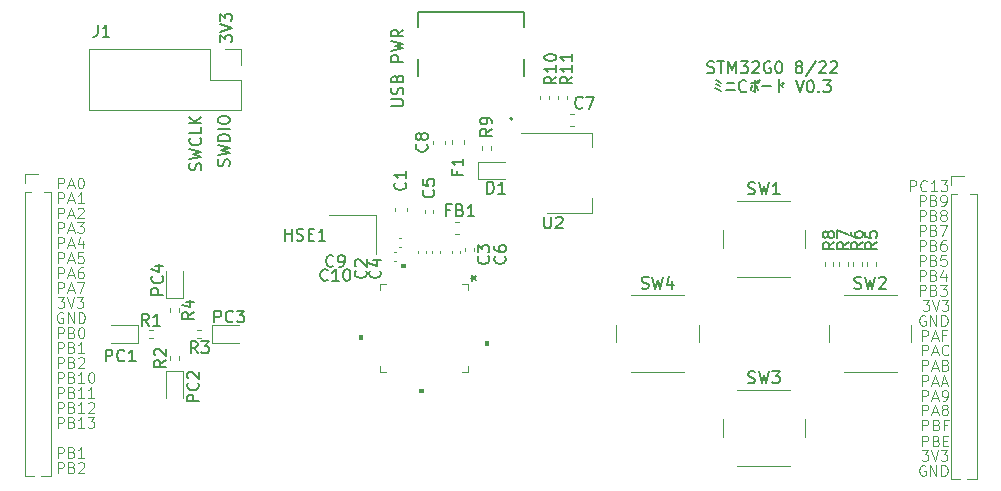
<source format=gbr>
%TF.GenerationSoftware,KiCad,Pcbnew,(6.0.7)*%
%TF.CreationDate,2022-08-25T14:46:55-07:00*%
%TF.ProjectId,mini_consolev2,6d696e69-5f63-46f6-9e73-6f6c6576322e,rev?*%
%TF.SameCoordinates,Original*%
%TF.FileFunction,Legend,Top*%
%TF.FilePolarity,Positive*%
%FSLAX46Y46*%
G04 Gerber Fmt 4.6, Leading zero omitted, Abs format (unit mm)*
G04 Created by KiCad (PCBNEW (6.0.7)) date 2022-08-25 14:46:55*
%MOMM*%
%LPD*%
G01*
G04 APERTURE LIST*
%ADD10C,0.150000*%
%ADD11C,0.100000*%
%ADD12C,0.120000*%
%ADD13C,0.127000*%
%ADD14C,0.200000*%
G04 APERTURE END LIST*
D10*
X185300000Y-65999761D02*
X185442857Y-66047380D01*
X185680952Y-66047380D01*
X185776190Y-65999761D01*
X185823809Y-65952142D01*
X185871428Y-65856904D01*
X185871428Y-65761666D01*
X185823809Y-65666428D01*
X185776190Y-65618809D01*
X185680952Y-65571190D01*
X185490476Y-65523571D01*
X185395238Y-65475952D01*
X185347619Y-65428333D01*
X185300000Y-65333095D01*
X185300000Y-65237857D01*
X185347619Y-65142619D01*
X185395238Y-65095000D01*
X185490476Y-65047380D01*
X185728571Y-65047380D01*
X185871428Y-65095000D01*
X186157142Y-65047380D02*
X186728571Y-65047380D01*
X186442857Y-66047380D02*
X186442857Y-65047380D01*
X187061904Y-66047380D02*
X187061904Y-65047380D01*
X187395238Y-65761666D01*
X187728571Y-65047380D01*
X187728571Y-66047380D01*
X188109523Y-65047380D02*
X188728571Y-65047380D01*
X188395238Y-65428333D01*
X188538095Y-65428333D01*
X188633333Y-65475952D01*
X188680952Y-65523571D01*
X188728571Y-65618809D01*
X188728571Y-65856904D01*
X188680952Y-65952142D01*
X188633333Y-65999761D01*
X188538095Y-66047380D01*
X188252380Y-66047380D01*
X188157142Y-65999761D01*
X188109523Y-65952142D01*
X189109523Y-65142619D02*
X189157142Y-65095000D01*
X189252380Y-65047380D01*
X189490476Y-65047380D01*
X189585714Y-65095000D01*
X189633333Y-65142619D01*
X189680952Y-65237857D01*
X189680952Y-65333095D01*
X189633333Y-65475952D01*
X189061904Y-66047380D01*
X189680952Y-66047380D01*
X190633333Y-65095000D02*
X190538095Y-65047380D01*
X190395238Y-65047380D01*
X190252380Y-65095000D01*
X190157142Y-65190238D01*
X190109523Y-65285476D01*
X190061904Y-65475952D01*
X190061904Y-65618809D01*
X190109523Y-65809285D01*
X190157142Y-65904523D01*
X190252380Y-65999761D01*
X190395238Y-66047380D01*
X190490476Y-66047380D01*
X190633333Y-65999761D01*
X190680952Y-65952142D01*
X190680952Y-65618809D01*
X190490476Y-65618809D01*
X191300000Y-65047380D02*
X191395238Y-65047380D01*
X191490476Y-65095000D01*
X191538095Y-65142619D01*
X191585714Y-65237857D01*
X191633333Y-65428333D01*
X191633333Y-65666428D01*
X191585714Y-65856904D01*
X191538095Y-65952142D01*
X191490476Y-65999761D01*
X191395238Y-66047380D01*
X191300000Y-66047380D01*
X191204761Y-65999761D01*
X191157142Y-65952142D01*
X191109523Y-65856904D01*
X191061904Y-65666428D01*
X191061904Y-65428333D01*
X191109523Y-65237857D01*
X191157142Y-65142619D01*
X191204761Y-65095000D01*
X191300000Y-65047380D01*
X192966666Y-65475952D02*
X192871428Y-65428333D01*
X192823809Y-65380714D01*
X192776190Y-65285476D01*
X192776190Y-65237857D01*
X192823809Y-65142619D01*
X192871428Y-65095000D01*
X192966666Y-65047380D01*
X193157142Y-65047380D01*
X193252380Y-65095000D01*
X193300000Y-65142619D01*
X193347619Y-65237857D01*
X193347619Y-65285476D01*
X193300000Y-65380714D01*
X193252380Y-65428333D01*
X193157142Y-65475952D01*
X192966666Y-65475952D01*
X192871428Y-65523571D01*
X192823809Y-65571190D01*
X192776190Y-65666428D01*
X192776190Y-65856904D01*
X192823809Y-65952142D01*
X192871428Y-65999761D01*
X192966666Y-66047380D01*
X193157142Y-66047380D01*
X193252380Y-65999761D01*
X193300000Y-65952142D01*
X193347619Y-65856904D01*
X193347619Y-65666428D01*
X193300000Y-65571190D01*
X193252380Y-65523571D01*
X193157142Y-65475952D01*
X194490476Y-64999761D02*
X193633333Y-66285476D01*
X194776190Y-65142619D02*
X194823809Y-65095000D01*
X194919047Y-65047380D01*
X195157142Y-65047380D01*
X195252380Y-65095000D01*
X195300000Y-65142619D01*
X195347619Y-65237857D01*
X195347619Y-65333095D01*
X195300000Y-65475952D01*
X194728571Y-66047380D01*
X195347619Y-66047380D01*
X195728571Y-65142619D02*
X195776190Y-65095000D01*
X195871428Y-65047380D01*
X196109523Y-65047380D01*
X196204761Y-65095000D01*
X196252380Y-65142619D01*
X196300000Y-65237857D01*
X196300000Y-65333095D01*
X196252380Y-65475952D01*
X195680952Y-66047380D01*
X196300000Y-66047380D01*
X186014285Y-66657380D02*
X186490476Y-66847857D01*
X186014285Y-66990714D02*
X186395238Y-67133571D01*
X185919047Y-67324047D02*
X186442857Y-67562142D01*
X186966666Y-66895476D02*
X187538095Y-66895476D01*
X186871428Y-67466904D02*
X187633333Y-67466904D01*
X188585714Y-67562142D02*
X188538095Y-67609761D01*
X188395238Y-67657380D01*
X188300000Y-67657380D01*
X188157142Y-67609761D01*
X188061904Y-67514523D01*
X188014285Y-67419285D01*
X187966666Y-67228809D01*
X187966666Y-67085952D01*
X188014285Y-66895476D01*
X188061904Y-66800238D01*
X188157142Y-66705000D01*
X188300000Y-66657380D01*
X188395238Y-66657380D01*
X188538095Y-66705000D01*
X188585714Y-66752619D01*
X189014285Y-66895476D02*
X189585714Y-66895476D01*
X189300000Y-66609761D02*
X189300000Y-67609761D01*
X189157142Y-67562142D01*
X189442857Y-67085952D02*
X189585714Y-67466904D01*
X189109523Y-67085952D02*
X189061904Y-67228809D01*
X189014285Y-67324047D01*
X188966666Y-67466904D01*
X189538095Y-66705000D02*
X189633333Y-66800238D01*
X189680952Y-66657380D02*
X189776190Y-66752619D01*
X189966666Y-67133571D02*
X190728571Y-67133571D01*
X191585714Y-66895476D02*
X191680952Y-66990714D01*
X191728571Y-66847857D02*
X191823809Y-66943095D01*
X191395238Y-66562142D02*
X191395238Y-67609761D01*
X191395238Y-66990714D02*
X191680952Y-67228809D01*
X192776190Y-66657380D02*
X193109523Y-67657380D01*
X193442857Y-66657380D01*
X193966666Y-66657380D02*
X194061904Y-66657380D01*
X194157142Y-66705000D01*
X194204761Y-66752619D01*
X194252380Y-66847857D01*
X194300000Y-67038333D01*
X194300000Y-67276428D01*
X194252380Y-67466904D01*
X194204761Y-67562142D01*
X194157142Y-67609761D01*
X194061904Y-67657380D01*
X193966666Y-67657380D01*
X193871428Y-67609761D01*
X193823809Y-67562142D01*
X193776190Y-67466904D01*
X193728571Y-67276428D01*
X193728571Y-67038333D01*
X193776190Y-66847857D01*
X193823809Y-66752619D01*
X193871428Y-66705000D01*
X193966666Y-66657380D01*
X194728571Y-67562142D02*
X194776190Y-67609761D01*
X194728571Y-67657380D01*
X194680952Y-67609761D01*
X194728571Y-67562142D01*
X194728571Y-67657380D01*
X195109523Y-66657380D02*
X195728571Y-66657380D01*
X195395238Y-67038333D01*
X195538095Y-67038333D01*
X195633333Y-67085952D01*
X195680952Y-67133571D01*
X195728571Y-67228809D01*
X195728571Y-67466904D01*
X195680952Y-67562142D01*
X195633333Y-67609761D01*
X195538095Y-67657380D01*
X195252380Y-67657380D01*
X195157142Y-67609761D01*
X195109523Y-67562142D01*
D11*
X130282142Y-93557142D02*
X130282142Y-92657142D01*
X130625000Y-92657142D01*
X130710714Y-92700000D01*
X130753571Y-92742857D01*
X130796428Y-92828571D01*
X130796428Y-92957142D01*
X130753571Y-93042857D01*
X130710714Y-93085714D01*
X130625000Y-93128571D01*
X130282142Y-93128571D01*
X131482142Y-93085714D02*
X131610714Y-93128571D01*
X131653571Y-93171428D01*
X131696428Y-93257142D01*
X131696428Y-93385714D01*
X131653571Y-93471428D01*
X131610714Y-93514285D01*
X131525000Y-93557142D01*
X131182142Y-93557142D01*
X131182142Y-92657142D01*
X131482142Y-92657142D01*
X131567857Y-92700000D01*
X131610714Y-92742857D01*
X131653571Y-92828571D01*
X131653571Y-92914285D01*
X131610714Y-93000000D01*
X131567857Y-93042857D01*
X131482142Y-93085714D01*
X131182142Y-93085714D01*
X132553571Y-93557142D02*
X132039285Y-93557142D01*
X132296428Y-93557142D02*
X132296428Y-92657142D01*
X132210714Y-92785714D01*
X132125000Y-92871428D01*
X132039285Y-92914285D01*
X133410714Y-93557142D02*
X132896428Y-93557142D01*
X133153571Y-93557142D02*
X133153571Y-92657142D01*
X133067857Y-92785714D01*
X132982142Y-92871428D01*
X132896428Y-92914285D01*
X203279285Y-84882142D02*
X203279285Y-83982142D01*
X203622142Y-83982142D01*
X203707857Y-84025000D01*
X203750714Y-84067857D01*
X203793571Y-84153571D01*
X203793571Y-84282142D01*
X203750714Y-84367857D01*
X203707857Y-84410714D01*
X203622142Y-84453571D01*
X203279285Y-84453571D01*
X204479285Y-84410714D02*
X204607857Y-84453571D01*
X204650714Y-84496428D01*
X204693571Y-84582142D01*
X204693571Y-84710714D01*
X204650714Y-84796428D01*
X204607857Y-84839285D01*
X204522142Y-84882142D01*
X204179285Y-84882142D01*
X204179285Y-83982142D01*
X204479285Y-83982142D01*
X204565000Y-84025000D01*
X204607857Y-84067857D01*
X204650714Y-84153571D01*
X204650714Y-84239285D01*
X204607857Y-84325000D01*
X204565000Y-84367857D01*
X204479285Y-84410714D01*
X204179285Y-84410714D01*
X204993571Y-83982142D02*
X205550714Y-83982142D01*
X205250714Y-84325000D01*
X205379285Y-84325000D01*
X205465000Y-84367857D01*
X205507857Y-84410714D01*
X205550714Y-84496428D01*
X205550714Y-84710714D01*
X205507857Y-84796428D01*
X205465000Y-84839285D01*
X205379285Y-84882142D01*
X205122142Y-84882142D01*
X205036428Y-84839285D01*
X204993571Y-84796428D01*
X130350000Y-78332142D02*
X130350000Y-77432142D01*
X130692857Y-77432142D01*
X130778571Y-77475000D01*
X130821428Y-77517857D01*
X130864285Y-77603571D01*
X130864285Y-77732142D01*
X130821428Y-77817857D01*
X130778571Y-77860714D01*
X130692857Y-77903571D01*
X130350000Y-77903571D01*
X131207142Y-78075000D02*
X131635714Y-78075000D01*
X131121428Y-78332142D02*
X131421428Y-77432142D01*
X131721428Y-78332142D01*
X131978571Y-77517857D02*
X132021428Y-77475000D01*
X132107142Y-77432142D01*
X132321428Y-77432142D01*
X132407142Y-77475000D01*
X132450000Y-77517857D01*
X132492857Y-77603571D01*
X132492857Y-77689285D01*
X132450000Y-77817857D01*
X131935714Y-78332142D01*
X132492857Y-78332142D01*
X130350000Y-77057142D02*
X130350000Y-76157142D01*
X130692857Y-76157142D01*
X130778571Y-76200000D01*
X130821428Y-76242857D01*
X130864285Y-76328571D01*
X130864285Y-76457142D01*
X130821428Y-76542857D01*
X130778571Y-76585714D01*
X130692857Y-76628571D01*
X130350000Y-76628571D01*
X131207142Y-76800000D02*
X131635714Y-76800000D01*
X131121428Y-77057142D02*
X131421428Y-76157142D01*
X131721428Y-77057142D01*
X132492857Y-77057142D02*
X131978571Y-77057142D01*
X132235714Y-77057142D02*
X132235714Y-76157142D01*
X132150000Y-76285714D01*
X132064285Y-76371428D01*
X131978571Y-76414285D01*
X130350000Y-79582142D02*
X130350000Y-78682142D01*
X130692857Y-78682142D01*
X130778571Y-78725000D01*
X130821428Y-78767857D01*
X130864285Y-78853571D01*
X130864285Y-78982142D01*
X130821428Y-79067857D01*
X130778571Y-79110714D01*
X130692857Y-79153571D01*
X130350000Y-79153571D01*
X131207142Y-79325000D02*
X131635714Y-79325000D01*
X131121428Y-79582142D02*
X131421428Y-78682142D01*
X131721428Y-79582142D01*
X131935714Y-78682142D02*
X132492857Y-78682142D01*
X132192857Y-79025000D01*
X132321428Y-79025000D01*
X132407142Y-79067857D01*
X132450000Y-79110714D01*
X132492857Y-79196428D01*
X132492857Y-79410714D01*
X132450000Y-79496428D01*
X132407142Y-79539285D01*
X132321428Y-79582142D01*
X132064285Y-79582142D01*
X131978571Y-79539285D01*
X131935714Y-79496428D01*
X130350000Y-83407142D02*
X130350000Y-82507142D01*
X130692857Y-82507142D01*
X130778571Y-82550000D01*
X130821428Y-82592857D01*
X130864285Y-82678571D01*
X130864285Y-82807142D01*
X130821428Y-82892857D01*
X130778571Y-82935714D01*
X130692857Y-82978571D01*
X130350000Y-82978571D01*
X131207142Y-83150000D02*
X131635714Y-83150000D01*
X131121428Y-83407142D02*
X131421428Y-82507142D01*
X131721428Y-83407142D01*
X132407142Y-82507142D02*
X132235714Y-82507142D01*
X132150000Y-82550000D01*
X132107142Y-82592857D01*
X132021428Y-82721428D01*
X131978571Y-82892857D01*
X131978571Y-83235714D01*
X132021428Y-83321428D01*
X132064285Y-83364285D01*
X132150000Y-83407142D01*
X132321428Y-83407142D01*
X132407142Y-83364285D01*
X132450000Y-83321428D01*
X132492857Y-83235714D01*
X132492857Y-83021428D01*
X132450000Y-82935714D01*
X132407142Y-82892857D01*
X132321428Y-82850000D01*
X132150000Y-82850000D01*
X132064285Y-82892857D01*
X132021428Y-82935714D01*
X131978571Y-83021428D01*
D10*
X144052380Y-63438095D02*
X144052380Y-62819047D01*
X144433333Y-63152380D01*
X144433333Y-63009523D01*
X144480952Y-62914285D01*
X144528571Y-62866666D01*
X144623809Y-62819047D01*
X144861904Y-62819047D01*
X144957142Y-62866666D01*
X145004761Y-62914285D01*
X145052380Y-63009523D01*
X145052380Y-63295238D01*
X145004761Y-63390476D01*
X144957142Y-63438095D01*
X144052380Y-62533333D02*
X145052380Y-62200000D01*
X144052380Y-61866666D01*
X144052380Y-61628571D02*
X144052380Y-61009523D01*
X144433333Y-61342857D01*
X144433333Y-61200000D01*
X144480952Y-61104761D01*
X144528571Y-61057142D01*
X144623809Y-61009523D01*
X144861904Y-61009523D01*
X144957142Y-61057142D01*
X145004761Y-61104761D01*
X145052380Y-61200000D01*
X145052380Y-61485714D01*
X145004761Y-61580952D01*
X144957142Y-61628571D01*
D11*
X130282142Y-94807142D02*
X130282142Y-93907142D01*
X130625000Y-93907142D01*
X130710714Y-93950000D01*
X130753571Y-93992857D01*
X130796428Y-94078571D01*
X130796428Y-94207142D01*
X130753571Y-94292857D01*
X130710714Y-94335714D01*
X130625000Y-94378571D01*
X130282142Y-94378571D01*
X131482142Y-94335714D02*
X131610714Y-94378571D01*
X131653571Y-94421428D01*
X131696428Y-94507142D01*
X131696428Y-94635714D01*
X131653571Y-94721428D01*
X131610714Y-94764285D01*
X131525000Y-94807142D01*
X131182142Y-94807142D01*
X131182142Y-93907142D01*
X131482142Y-93907142D01*
X131567857Y-93950000D01*
X131610714Y-93992857D01*
X131653571Y-94078571D01*
X131653571Y-94164285D01*
X131610714Y-94250000D01*
X131567857Y-94292857D01*
X131482142Y-94335714D01*
X131182142Y-94335714D01*
X132553571Y-94807142D02*
X132039285Y-94807142D01*
X132296428Y-94807142D02*
X132296428Y-93907142D01*
X132210714Y-94035714D01*
X132125000Y-94121428D01*
X132039285Y-94164285D01*
X132896428Y-93992857D02*
X132939285Y-93950000D01*
X133025000Y-93907142D01*
X133239285Y-93907142D01*
X133325000Y-93950000D01*
X133367857Y-93992857D01*
X133410714Y-94078571D01*
X133410714Y-94164285D01*
X133367857Y-94292857D01*
X132853571Y-94807142D01*
X133410714Y-94807142D01*
X203504285Y-93782142D02*
X203504285Y-92882142D01*
X203847142Y-92882142D01*
X203932857Y-92925000D01*
X203975714Y-92967857D01*
X204018571Y-93053571D01*
X204018571Y-93182142D01*
X203975714Y-93267857D01*
X203932857Y-93310714D01*
X203847142Y-93353571D01*
X203504285Y-93353571D01*
X204361428Y-93525000D02*
X204790000Y-93525000D01*
X204275714Y-93782142D02*
X204575714Y-92882142D01*
X204875714Y-93782142D01*
X205218571Y-93782142D02*
X205390000Y-93782142D01*
X205475714Y-93739285D01*
X205518571Y-93696428D01*
X205604285Y-93567857D01*
X205647142Y-93396428D01*
X205647142Y-93053571D01*
X205604285Y-92967857D01*
X205561428Y-92925000D01*
X205475714Y-92882142D01*
X205304285Y-92882142D01*
X205218571Y-92925000D01*
X205175714Y-92967857D01*
X205132857Y-93053571D01*
X205132857Y-93267857D01*
X205175714Y-93353571D01*
X205218571Y-93396428D01*
X205304285Y-93439285D01*
X205475714Y-93439285D01*
X205561428Y-93396428D01*
X205604285Y-93353571D01*
X205647142Y-93267857D01*
X203279285Y-77282142D02*
X203279285Y-76382142D01*
X203622142Y-76382142D01*
X203707857Y-76425000D01*
X203750714Y-76467857D01*
X203793571Y-76553571D01*
X203793571Y-76682142D01*
X203750714Y-76767857D01*
X203707857Y-76810714D01*
X203622142Y-76853571D01*
X203279285Y-76853571D01*
X204479285Y-76810714D02*
X204607857Y-76853571D01*
X204650714Y-76896428D01*
X204693571Y-76982142D01*
X204693571Y-77110714D01*
X204650714Y-77196428D01*
X204607857Y-77239285D01*
X204522142Y-77282142D01*
X204179285Y-77282142D01*
X204179285Y-76382142D01*
X204479285Y-76382142D01*
X204565000Y-76425000D01*
X204607857Y-76467857D01*
X204650714Y-76553571D01*
X204650714Y-76639285D01*
X204607857Y-76725000D01*
X204565000Y-76767857D01*
X204479285Y-76810714D01*
X204179285Y-76810714D01*
X205122142Y-77282142D02*
X205293571Y-77282142D01*
X205379285Y-77239285D01*
X205422142Y-77196428D01*
X205507857Y-77067857D01*
X205550714Y-76896428D01*
X205550714Y-76553571D01*
X205507857Y-76467857D01*
X205465000Y-76425000D01*
X205379285Y-76382142D01*
X205207857Y-76382142D01*
X205122142Y-76425000D01*
X205079285Y-76467857D01*
X205036428Y-76553571D01*
X205036428Y-76767857D01*
X205079285Y-76853571D01*
X205122142Y-76896428D01*
X205207857Y-76939285D01*
X205379285Y-76939285D01*
X205465000Y-76896428D01*
X205507857Y-76853571D01*
X205550714Y-76767857D01*
X203279285Y-81082142D02*
X203279285Y-80182142D01*
X203622142Y-80182142D01*
X203707857Y-80225000D01*
X203750714Y-80267857D01*
X203793571Y-80353571D01*
X203793571Y-80482142D01*
X203750714Y-80567857D01*
X203707857Y-80610714D01*
X203622142Y-80653571D01*
X203279285Y-80653571D01*
X204479285Y-80610714D02*
X204607857Y-80653571D01*
X204650714Y-80696428D01*
X204693571Y-80782142D01*
X204693571Y-80910714D01*
X204650714Y-80996428D01*
X204607857Y-81039285D01*
X204522142Y-81082142D01*
X204179285Y-81082142D01*
X204179285Y-80182142D01*
X204479285Y-80182142D01*
X204565000Y-80225000D01*
X204607857Y-80267857D01*
X204650714Y-80353571D01*
X204650714Y-80439285D01*
X204607857Y-80525000D01*
X204565000Y-80567857D01*
X204479285Y-80610714D01*
X204179285Y-80610714D01*
X205465000Y-80182142D02*
X205293571Y-80182142D01*
X205207857Y-80225000D01*
X205165000Y-80267857D01*
X205079285Y-80396428D01*
X205036428Y-80567857D01*
X205036428Y-80910714D01*
X205079285Y-80996428D01*
X205122142Y-81039285D01*
X205207857Y-81082142D01*
X205379285Y-81082142D01*
X205465000Y-81039285D01*
X205507857Y-80996428D01*
X205550714Y-80910714D01*
X205550714Y-80696428D01*
X205507857Y-80610714D01*
X205465000Y-80567857D01*
X205379285Y-80525000D01*
X205207857Y-80525000D01*
X205122142Y-80567857D01*
X205079285Y-80610714D01*
X205036428Y-80696428D01*
X203479285Y-97632142D02*
X203479285Y-96732142D01*
X203822142Y-96732142D01*
X203907857Y-96775000D01*
X203950714Y-96817857D01*
X203993571Y-96903571D01*
X203993571Y-97032142D01*
X203950714Y-97117857D01*
X203907857Y-97160714D01*
X203822142Y-97203571D01*
X203479285Y-97203571D01*
X204679285Y-97160714D02*
X204807857Y-97203571D01*
X204850714Y-97246428D01*
X204893571Y-97332142D01*
X204893571Y-97460714D01*
X204850714Y-97546428D01*
X204807857Y-97589285D01*
X204722142Y-97632142D01*
X204379285Y-97632142D01*
X204379285Y-96732142D01*
X204679285Y-96732142D01*
X204765000Y-96775000D01*
X204807857Y-96817857D01*
X204850714Y-96903571D01*
X204850714Y-96989285D01*
X204807857Y-97075000D01*
X204765000Y-97117857D01*
X204679285Y-97160714D01*
X204379285Y-97160714D01*
X205279285Y-97160714D02*
X205579285Y-97160714D01*
X205707857Y-97632142D02*
X205279285Y-97632142D01*
X205279285Y-96732142D01*
X205707857Y-96732142D01*
X130714285Y-86350000D02*
X130628571Y-86307142D01*
X130500000Y-86307142D01*
X130371428Y-86350000D01*
X130285714Y-86435714D01*
X130242857Y-86521428D01*
X130200000Y-86692857D01*
X130200000Y-86821428D01*
X130242857Y-86992857D01*
X130285714Y-87078571D01*
X130371428Y-87164285D01*
X130500000Y-87207142D01*
X130585714Y-87207142D01*
X130714285Y-87164285D01*
X130757142Y-87121428D01*
X130757142Y-86821428D01*
X130585714Y-86821428D01*
X131142857Y-87207142D02*
X131142857Y-86307142D01*
X131657142Y-87207142D01*
X131657142Y-86307142D01*
X132085714Y-87207142D02*
X132085714Y-86307142D01*
X132300000Y-86307142D01*
X132428571Y-86350000D01*
X132514285Y-86435714D01*
X132557142Y-86521428D01*
X132600000Y-86692857D01*
X132600000Y-86821428D01*
X132557142Y-86992857D01*
X132514285Y-87078571D01*
X132428571Y-87164285D01*
X132300000Y-87207142D01*
X132085714Y-87207142D01*
X130285714Y-89732142D02*
X130285714Y-88832142D01*
X130628571Y-88832142D01*
X130714285Y-88875000D01*
X130757142Y-88917857D01*
X130800000Y-89003571D01*
X130800000Y-89132142D01*
X130757142Y-89217857D01*
X130714285Y-89260714D01*
X130628571Y-89303571D01*
X130285714Y-89303571D01*
X131485714Y-89260714D02*
X131614285Y-89303571D01*
X131657142Y-89346428D01*
X131700000Y-89432142D01*
X131700000Y-89560714D01*
X131657142Y-89646428D01*
X131614285Y-89689285D01*
X131528571Y-89732142D01*
X131185714Y-89732142D01*
X131185714Y-88832142D01*
X131485714Y-88832142D01*
X131571428Y-88875000D01*
X131614285Y-88917857D01*
X131657142Y-89003571D01*
X131657142Y-89089285D01*
X131614285Y-89175000D01*
X131571428Y-89217857D01*
X131485714Y-89260714D01*
X131185714Y-89260714D01*
X132557142Y-89732142D02*
X132042857Y-89732142D01*
X132300000Y-89732142D02*
X132300000Y-88832142D01*
X132214285Y-88960714D01*
X132128571Y-89046428D01*
X132042857Y-89089285D01*
X203504285Y-88707142D02*
X203504285Y-87807142D01*
X203847142Y-87807142D01*
X203932857Y-87850000D01*
X203975714Y-87892857D01*
X204018571Y-87978571D01*
X204018571Y-88107142D01*
X203975714Y-88192857D01*
X203932857Y-88235714D01*
X203847142Y-88278571D01*
X203504285Y-88278571D01*
X204361428Y-88450000D02*
X204790000Y-88450000D01*
X204275714Y-88707142D02*
X204575714Y-87807142D01*
X204875714Y-88707142D01*
X205475714Y-88235714D02*
X205175714Y-88235714D01*
X205175714Y-88707142D02*
X205175714Y-87807142D01*
X205604285Y-87807142D01*
X202479285Y-76032142D02*
X202479285Y-75132142D01*
X202822142Y-75132142D01*
X202907857Y-75175000D01*
X202950714Y-75217857D01*
X202993571Y-75303571D01*
X202993571Y-75432142D01*
X202950714Y-75517857D01*
X202907857Y-75560714D01*
X202822142Y-75603571D01*
X202479285Y-75603571D01*
X203893571Y-75946428D02*
X203850714Y-75989285D01*
X203722142Y-76032142D01*
X203636428Y-76032142D01*
X203507857Y-75989285D01*
X203422142Y-75903571D01*
X203379285Y-75817857D01*
X203336428Y-75646428D01*
X203336428Y-75517857D01*
X203379285Y-75346428D01*
X203422142Y-75260714D01*
X203507857Y-75175000D01*
X203636428Y-75132142D01*
X203722142Y-75132142D01*
X203850714Y-75175000D01*
X203893571Y-75217857D01*
X204750714Y-76032142D02*
X204236428Y-76032142D01*
X204493571Y-76032142D02*
X204493571Y-75132142D01*
X204407857Y-75260714D01*
X204322142Y-75346428D01*
X204236428Y-75389285D01*
X205050714Y-75132142D02*
X205607857Y-75132142D01*
X205307857Y-75475000D01*
X205436428Y-75475000D01*
X205522142Y-75517857D01*
X205565000Y-75560714D01*
X205607857Y-75646428D01*
X205607857Y-75860714D01*
X205565000Y-75946428D01*
X205522142Y-75989285D01*
X205436428Y-76032142D01*
X205179285Y-76032142D01*
X205093571Y-75989285D01*
X205050714Y-75946428D01*
X130282142Y-96082142D02*
X130282142Y-95182142D01*
X130625000Y-95182142D01*
X130710714Y-95225000D01*
X130753571Y-95267857D01*
X130796428Y-95353571D01*
X130796428Y-95482142D01*
X130753571Y-95567857D01*
X130710714Y-95610714D01*
X130625000Y-95653571D01*
X130282142Y-95653571D01*
X131482142Y-95610714D02*
X131610714Y-95653571D01*
X131653571Y-95696428D01*
X131696428Y-95782142D01*
X131696428Y-95910714D01*
X131653571Y-95996428D01*
X131610714Y-96039285D01*
X131525000Y-96082142D01*
X131182142Y-96082142D01*
X131182142Y-95182142D01*
X131482142Y-95182142D01*
X131567857Y-95225000D01*
X131610714Y-95267857D01*
X131653571Y-95353571D01*
X131653571Y-95439285D01*
X131610714Y-95525000D01*
X131567857Y-95567857D01*
X131482142Y-95610714D01*
X131182142Y-95610714D01*
X132553571Y-96082142D02*
X132039285Y-96082142D01*
X132296428Y-96082142D02*
X132296428Y-95182142D01*
X132210714Y-95310714D01*
X132125000Y-95396428D01*
X132039285Y-95439285D01*
X132853571Y-95182142D02*
X133410714Y-95182142D01*
X133110714Y-95525000D01*
X133239285Y-95525000D01*
X133325000Y-95567857D01*
X133367857Y-95610714D01*
X133410714Y-95696428D01*
X133410714Y-95910714D01*
X133367857Y-95996428D01*
X133325000Y-96039285D01*
X133239285Y-96082142D01*
X132982142Y-96082142D01*
X132896428Y-96039285D01*
X132853571Y-95996428D01*
X130282142Y-92282142D02*
X130282142Y-91382142D01*
X130625000Y-91382142D01*
X130710714Y-91425000D01*
X130753571Y-91467857D01*
X130796428Y-91553571D01*
X130796428Y-91682142D01*
X130753571Y-91767857D01*
X130710714Y-91810714D01*
X130625000Y-91853571D01*
X130282142Y-91853571D01*
X131482142Y-91810714D02*
X131610714Y-91853571D01*
X131653571Y-91896428D01*
X131696428Y-91982142D01*
X131696428Y-92110714D01*
X131653571Y-92196428D01*
X131610714Y-92239285D01*
X131525000Y-92282142D01*
X131182142Y-92282142D01*
X131182142Y-91382142D01*
X131482142Y-91382142D01*
X131567857Y-91425000D01*
X131610714Y-91467857D01*
X131653571Y-91553571D01*
X131653571Y-91639285D01*
X131610714Y-91725000D01*
X131567857Y-91767857D01*
X131482142Y-91810714D01*
X131182142Y-91810714D01*
X132553571Y-92282142D02*
X132039285Y-92282142D01*
X132296428Y-92282142D02*
X132296428Y-91382142D01*
X132210714Y-91510714D01*
X132125000Y-91596428D01*
X132039285Y-91639285D01*
X133110714Y-91382142D02*
X133196428Y-91382142D01*
X133282142Y-91425000D01*
X133325000Y-91467857D01*
X133367857Y-91553571D01*
X133410714Y-91725000D01*
X133410714Y-91939285D01*
X133367857Y-92110714D01*
X133325000Y-92196428D01*
X133282142Y-92239285D01*
X133196428Y-92282142D01*
X133110714Y-92282142D01*
X133025000Y-92239285D01*
X132982142Y-92196428D01*
X132939285Y-92110714D01*
X132896428Y-91939285D01*
X132896428Y-91725000D01*
X132939285Y-91553571D01*
X132982142Y-91467857D01*
X133025000Y-91425000D01*
X133110714Y-91382142D01*
X203504285Y-96307142D02*
X203504285Y-95407142D01*
X203847142Y-95407142D01*
X203932857Y-95450000D01*
X203975714Y-95492857D01*
X204018571Y-95578571D01*
X204018571Y-95707142D01*
X203975714Y-95792857D01*
X203932857Y-95835714D01*
X203847142Y-95878571D01*
X203504285Y-95878571D01*
X204704285Y-95835714D02*
X204832857Y-95878571D01*
X204875714Y-95921428D01*
X204918571Y-96007142D01*
X204918571Y-96135714D01*
X204875714Y-96221428D01*
X204832857Y-96264285D01*
X204747142Y-96307142D01*
X204404285Y-96307142D01*
X204404285Y-95407142D01*
X204704285Y-95407142D01*
X204790000Y-95450000D01*
X204832857Y-95492857D01*
X204875714Y-95578571D01*
X204875714Y-95664285D01*
X204832857Y-95750000D01*
X204790000Y-95792857D01*
X204704285Y-95835714D01*
X204404285Y-95835714D01*
X205604285Y-95835714D02*
X205304285Y-95835714D01*
X205304285Y-96307142D02*
X205304285Y-95407142D01*
X205732857Y-95407142D01*
X203504285Y-89957142D02*
X203504285Y-89057142D01*
X203847142Y-89057142D01*
X203932857Y-89100000D01*
X203975714Y-89142857D01*
X204018571Y-89228571D01*
X204018571Y-89357142D01*
X203975714Y-89442857D01*
X203932857Y-89485714D01*
X203847142Y-89528571D01*
X203504285Y-89528571D01*
X204361428Y-89700000D02*
X204790000Y-89700000D01*
X204275714Y-89957142D02*
X204575714Y-89057142D01*
X204875714Y-89957142D01*
X205690000Y-89871428D02*
X205647142Y-89914285D01*
X205518571Y-89957142D01*
X205432857Y-89957142D01*
X205304285Y-89914285D01*
X205218571Y-89828571D01*
X205175714Y-89742857D01*
X205132857Y-89571428D01*
X205132857Y-89442857D01*
X205175714Y-89271428D01*
X205218571Y-89185714D01*
X205304285Y-89100000D01*
X205432857Y-89057142D01*
X205518571Y-89057142D01*
X205647142Y-89100000D01*
X205690000Y-89142857D01*
X130285714Y-91007142D02*
X130285714Y-90107142D01*
X130628571Y-90107142D01*
X130714285Y-90150000D01*
X130757142Y-90192857D01*
X130800000Y-90278571D01*
X130800000Y-90407142D01*
X130757142Y-90492857D01*
X130714285Y-90535714D01*
X130628571Y-90578571D01*
X130285714Y-90578571D01*
X131485714Y-90535714D02*
X131614285Y-90578571D01*
X131657142Y-90621428D01*
X131700000Y-90707142D01*
X131700000Y-90835714D01*
X131657142Y-90921428D01*
X131614285Y-90964285D01*
X131528571Y-91007142D01*
X131185714Y-91007142D01*
X131185714Y-90107142D01*
X131485714Y-90107142D01*
X131571428Y-90150000D01*
X131614285Y-90192857D01*
X131657142Y-90278571D01*
X131657142Y-90364285D01*
X131614285Y-90450000D01*
X131571428Y-90492857D01*
X131485714Y-90535714D01*
X131185714Y-90535714D01*
X132042857Y-90192857D02*
X132085714Y-90150000D01*
X132171428Y-90107142D01*
X132385714Y-90107142D01*
X132471428Y-90150000D01*
X132514285Y-90192857D01*
X132557142Y-90278571D01*
X132557142Y-90364285D01*
X132514285Y-90492857D01*
X132000000Y-91007142D01*
X132557142Y-91007142D01*
X203279285Y-79807142D02*
X203279285Y-78907142D01*
X203622142Y-78907142D01*
X203707857Y-78950000D01*
X203750714Y-78992857D01*
X203793571Y-79078571D01*
X203793571Y-79207142D01*
X203750714Y-79292857D01*
X203707857Y-79335714D01*
X203622142Y-79378571D01*
X203279285Y-79378571D01*
X204479285Y-79335714D02*
X204607857Y-79378571D01*
X204650714Y-79421428D01*
X204693571Y-79507142D01*
X204693571Y-79635714D01*
X204650714Y-79721428D01*
X204607857Y-79764285D01*
X204522142Y-79807142D01*
X204179285Y-79807142D01*
X204179285Y-78907142D01*
X204479285Y-78907142D01*
X204565000Y-78950000D01*
X204607857Y-78992857D01*
X204650714Y-79078571D01*
X204650714Y-79164285D01*
X204607857Y-79250000D01*
X204565000Y-79292857D01*
X204479285Y-79335714D01*
X204179285Y-79335714D01*
X204993571Y-78907142D02*
X205593571Y-78907142D01*
X205207857Y-79807142D01*
X203504285Y-95032142D02*
X203504285Y-94132142D01*
X203847142Y-94132142D01*
X203932857Y-94175000D01*
X203975714Y-94217857D01*
X204018571Y-94303571D01*
X204018571Y-94432142D01*
X203975714Y-94517857D01*
X203932857Y-94560714D01*
X203847142Y-94603571D01*
X203504285Y-94603571D01*
X204361428Y-94775000D02*
X204790000Y-94775000D01*
X204275714Y-95032142D02*
X204575714Y-94132142D01*
X204875714Y-95032142D01*
X205304285Y-94517857D02*
X205218571Y-94475000D01*
X205175714Y-94432142D01*
X205132857Y-94346428D01*
X205132857Y-94303571D01*
X205175714Y-94217857D01*
X205218571Y-94175000D01*
X205304285Y-94132142D01*
X205475714Y-94132142D01*
X205561428Y-94175000D01*
X205604285Y-94217857D01*
X205647142Y-94303571D01*
X205647142Y-94346428D01*
X205604285Y-94432142D01*
X205561428Y-94475000D01*
X205475714Y-94517857D01*
X205304285Y-94517857D01*
X205218571Y-94560714D01*
X205175714Y-94603571D01*
X205132857Y-94689285D01*
X205132857Y-94860714D01*
X205175714Y-94946428D01*
X205218571Y-94989285D01*
X205304285Y-95032142D01*
X205475714Y-95032142D01*
X205561428Y-94989285D01*
X205604285Y-94946428D01*
X205647142Y-94860714D01*
X205647142Y-94689285D01*
X205604285Y-94603571D01*
X205561428Y-94560714D01*
X205475714Y-94517857D01*
X203279285Y-78557142D02*
X203279285Y-77657142D01*
X203622142Y-77657142D01*
X203707857Y-77700000D01*
X203750714Y-77742857D01*
X203793571Y-77828571D01*
X203793571Y-77957142D01*
X203750714Y-78042857D01*
X203707857Y-78085714D01*
X203622142Y-78128571D01*
X203279285Y-78128571D01*
X204479285Y-78085714D02*
X204607857Y-78128571D01*
X204650714Y-78171428D01*
X204693571Y-78257142D01*
X204693571Y-78385714D01*
X204650714Y-78471428D01*
X204607857Y-78514285D01*
X204522142Y-78557142D01*
X204179285Y-78557142D01*
X204179285Y-77657142D01*
X204479285Y-77657142D01*
X204565000Y-77700000D01*
X204607857Y-77742857D01*
X204650714Y-77828571D01*
X204650714Y-77914285D01*
X204607857Y-78000000D01*
X204565000Y-78042857D01*
X204479285Y-78085714D01*
X204179285Y-78085714D01*
X205207857Y-78042857D02*
X205122142Y-78000000D01*
X205079285Y-77957142D01*
X205036428Y-77871428D01*
X205036428Y-77828571D01*
X205079285Y-77742857D01*
X205122142Y-77700000D01*
X205207857Y-77657142D01*
X205379285Y-77657142D01*
X205465000Y-77700000D01*
X205507857Y-77742857D01*
X205550714Y-77828571D01*
X205550714Y-77871428D01*
X205507857Y-77957142D01*
X205465000Y-78000000D01*
X205379285Y-78042857D01*
X205207857Y-78042857D01*
X205122142Y-78085714D01*
X205079285Y-78128571D01*
X205036428Y-78214285D01*
X205036428Y-78385714D01*
X205079285Y-78471428D01*
X205122142Y-78514285D01*
X205207857Y-78557142D01*
X205379285Y-78557142D01*
X205465000Y-78514285D01*
X205507857Y-78471428D01*
X205550714Y-78385714D01*
X205550714Y-78214285D01*
X205507857Y-78128571D01*
X205465000Y-78085714D01*
X205379285Y-78042857D01*
D10*
X158552380Y-68839285D02*
X159361904Y-68839285D01*
X159457142Y-68791666D01*
X159504761Y-68744047D01*
X159552380Y-68648809D01*
X159552380Y-68458333D01*
X159504761Y-68363095D01*
X159457142Y-68315476D01*
X159361904Y-68267857D01*
X158552380Y-68267857D01*
X159504761Y-67839285D02*
X159552380Y-67696428D01*
X159552380Y-67458333D01*
X159504761Y-67363095D01*
X159457142Y-67315476D01*
X159361904Y-67267857D01*
X159266666Y-67267857D01*
X159171428Y-67315476D01*
X159123809Y-67363095D01*
X159076190Y-67458333D01*
X159028571Y-67648809D01*
X158980952Y-67744047D01*
X158933333Y-67791666D01*
X158838095Y-67839285D01*
X158742857Y-67839285D01*
X158647619Y-67791666D01*
X158600000Y-67744047D01*
X158552380Y-67648809D01*
X158552380Y-67410714D01*
X158600000Y-67267857D01*
X159028571Y-66505952D02*
X159076190Y-66363095D01*
X159123809Y-66315476D01*
X159219047Y-66267857D01*
X159361904Y-66267857D01*
X159457142Y-66315476D01*
X159504761Y-66363095D01*
X159552380Y-66458333D01*
X159552380Y-66839285D01*
X158552380Y-66839285D01*
X158552380Y-66505952D01*
X158600000Y-66410714D01*
X158647619Y-66363095D01*
X158742857Y-66315476D01*
X158838095Y-66315476D01*
X158933333Y-66363095D01*
X158980952Y-66410714D01*
X159028571Y-66505952D01*
X159028571Y-66839285D01*
X159552380Y-65077380D02*
X158552380Y-65077380D01*
X158552380Y-64696428D01*
X158600000Y-64601190D01*
X158647619Y-64553571D01*
X158742857Y-64505952D01*
X158885714Y-64505952D01*
X158980952Y-64553571D01*
X159028571Y-64601190D01*
X159076190Y-64696428D01*
X159076190Y-65077380D01*
X158552380Y-64172619D02*
X159552380Y-63934523D01*
X158838095Y-63744047D01*
X159552380Y-63553571D01*
X158552380Y-63315476D01*
X159552380Y-62363095D02*
X159076190Y-62696428D01*
X159552380Y-62934523D02*
X158552380Y-62934523D01*
X158552380Y-62553571D01*
X158600000Y-62458333D01*
X158647619Y-62410714D01*
X158742857Y-62363095D01*
X158885714Y-62363095D01*
X158980952Y-62410714D01*
X159028571Y-62458333D01*
X159076190Y-62553571D01*
X159076190Y-62934523D01*
D11*
X130350000Y-75807142D02*
X130350000Y-74907142D01*
X130692857Y-74907142D01*
X130778571Y-74950000D01*
X130821428Y-74992857D01*
X130864285Y-75078571D01*
X130864285Y-75207142D01*
X130821428Y-75292857D01*
X130778571Y-75335714D01*
X130692857Y-75378571D01*
X130350000Y-75378571D01*
X131207142Y-75550000D02*
X131635714Y-75550000D01*
X131121428Y-75807142D02*
X131421428Y-74907142D01*
X131721428Y-75807142D01*
X132192857Y-74907142D02*
X132278571Y-74907142D01*
X132364285Y-74950000D01*
X132407142Y-74992857D01*
X132450000Y-75078571D01*
X132492857Y-75250000D01*
X132492857Y-75464285D01*
X132450000Y-75635714D01*
X132407142Y-75721428D01*
X132364285Y-75764285D01*
X132278571Y-75807142D01*
X132192857Y-75807142D01*
X132107142Y-75764285D01*
X132064285Y-75721428D01*
X132021428Y-75635714D01*
X131978571Y-75464285D01*
X131978571Y-75250000D01*
X132021428Y-75078571D01*
X132064285Y-74992857D01*
X132107142Y-74950000D01*
X132192857Y-74907142D01*
X203279285Y-83632142D02*
X203279285Y-82732142D01*
X203622142Y-82732142D01*
X203707857Y-82775000D01*
X203750714Y-82817857D01*
X203793571Y-82903571D01*
X203793571Y-83032142D01*
X203750714Y-83117857D01*
X203707857Y-83160714D01*
X203622142Y-83203571D01*
X203279285Y-83203571D01*
X204479285Y-83160714D02*
X204607857Y-83203571D01*
X204650714Y-83246428D01*
X204693571Y-83332142D01*
X204693571Y-83460714D01*
X204650714Y-83546428D01*
X204607857Y-83589285D01*
X204522142Y-83632142D01*
X204179285Y-83632142D01*
X204179285Y-82732142D01*
X204479285Y-82732142D01*
X204565000Y-82775000D01*
X204607857Y-82817857D01*
X204650714Y-82903571D01*
X204650714Y-82989285D01*
X204607857Y-83075000D01*
X204565000Y-83117857D01*
X204479285Y-83160714D01*
X204179285Y-83160714D01*
X205465000Y-83032142D02*
X205465000Y-83632142D01*
X205250714Y-82689285D02*
X205036428Y-83332142D01*
X205593571Y-83332142D01*
X203518571Y-85257142D02*
X204075714Y-85257142D01*
X203775714Y-85600000D01*
X203904285Y-85600000D01*
X203990000Y-85642857D01*
X204032857Y-85685714D01*
X204075714Y-85771428D01*
X204075714Y-85985714D01*
X204032857Y-86071428D01*
X203990000Y-86114285D01*
X203904285Y-86157142D01*
X203647142Y-86157142D01*
X203561428Y-86114285D01*
X203518571Y-86071428D01*
X204332857Y-85257142D02*
X204632857Y-86157142D01*
X204932857Y-85257142D01*
X205147142Y-85257142D02*
X205704285Y-85257142D01*
X205404285Y-85600000D01*
X205532857Y-85600000D01*
X205618571Y-85642857D01*
X205661428Y-85685714D01*
X205704285Y-85771428D01*
X205704285Y-85985714D01*
X205661428Y-86071428D01*
X205618571Y-86114285D01*
X205532857Y-86157142D01*
X205275714Y-86157142D01*
X205190000Y-86114285D01*
X205147142Y-86071428D01*
D10*
X142404761Y-74261904D02*
X142452380Y-74119047D01*
X142452380Y-73880952D01*
X142404761Y-73785714D01*
X142357142Y-73738095D01*
X142261904Y-73690476D01*
X142166666Y-73690476D01*
X142071428Y-73738095D01*
X142023809Y-73785714D01*
X141976190Y-73880952D01*
X141928571Y-74071428D01*
X141880952Y-74166666D01*
X141833333Y-74214285D01*
X141738095Y-74261904D01*
X141642857Y-74261904D01*
X141547619Y-74214285D01*
X141500000Y-74166666D01*
X141452380Y-74071428D01*
X141452380Y-73833333D01*
X141500000Y-73690476D01*
X141452380Y-73357142D02*
X142452380Y-73119047D01*
X141738095Y-72928571D01*
X142452380Y-72738095D01*
X141452380Y-72500000D01*
X142357142Y-71547619D02*
X142404761Y-71595238D01*
X142452380Y-71738095D01*
X142452380Y-71833333D01*
X142404761Y-71976190D01*
X142309523Y-72071428D01*
X142214285Y-72119047D01*
X142023809Y-72166666D01*
X141880952Y-72166666D01*
X141690476Y-72119047D01*
X141595238Y-72071428D01*
X141500000Y-71976190D01*
X141452380Y-71833333D01*
X141452380Y-71738095D01*
X141500000Y-71595238D01*
X141547619Y-71547619D01*
X142452380Y-70642857D02*
X142452380Y-71119047D01*
X141452380Y-71119047D01*
X142452380Y-70309523D02*
X141452380Y-70309523D01*
X142452380Y-69738095D02*
X141880952Y-70166666D01*
X141452380Y-69738095D02*
X142023809Y-70309523D01*
D11*
X203750714Y-86575000D02*
X203665000Y-86532142D01*
X203536428Y-86532142D01*
X203407857Y-86575000D01*
X203322142Y-86660714D01*
X203279285Y-86746428D01*
X203236428Y-86917857D01*
X203236428Y-87046428D01*
X203279285Y-87217857D01*
X203322142Y-87303571D01*
X203407857Y-87389285D01*
X203536428Y-87432142D01*
X203622142Y-87432142D01*
X203750714Y-87389285D01*
X203793571Y-87346428D01*
X203793571Y-87046428D01*
X203622142Y-87046428D01*
X204179285Y-87432142D02*
X204179285Y-86532142D01*
X204693571Y-87432142D01*
X204693571Y-86532142D01*
X205122142Y-87432142D02*
X205122142Y-86532142D01*
X205336428Y-86532142D01*
X205465000Y-86575000D01*
X205550714Y-86660714D01*
X205593571Y-86746428D01*
X205636428Y-86917857D01*
X205636428Y-87046428D01*
X205593571Y-87217857D01*
X205550714Y-87303571D01*
X205465000Y-87389285D01*
X205336428Y-87432142D01*
X205122142Y-87432142D01*
X130285714Y-98632142D02*
X130285714Y-97732142D01*
X130628571Y-97732142D01*
X130714285Y-97775000D01*
X130757142Y-97817857D01*
X130800000Y-97903571D01*
X130800000Y-98032142D01*
X130757142Y-98117857D01*
X130714285Y-98160714D01*
X130628571Y-98203571D01*
X130285714Y-98203571D01*
X131485714Y-98160714D02*
X131614285Y-98203571D01*
X131657142Y-98246428D01*
X131700000Y-98332142D01*
X131700000Y-98460714D01*
X131657142Y-98546428D01*
X131614285Y-98589285D01*
X131528571Y-98632142D01*
X131185714Y-98632142D01*
X131185714Y-97732142D01*
X131485714Y-97732142D01*
X131571428Y-97775000D01*
X131614285Y-97817857D01*
X131657142Y-97903571D01*
X131657142Y-97989285D01*
X131614285Y-98075000D01*
X131571428Y-98117857D01*
X131485714Y-98160714D01*
X131185714Y-98160714D01*
X132557142Y-98632142D02*
X132042857Y-98632142D01*
X132300000Y-98632142D02*
X132300000Y-97732142D01*
X132214285Y-97860714D01*
X132128571Y-97946428D01*
X132042857Y-97989285D01*
X130350000Y-80857142D02*
X130350000Y-79957142D01*
X130692857Y-79957142D01*
X130778571Y-80000000D01*
X130821428Y-80042857D01*
X130864285Y-80128571D01*
X130864285Y-80257142D01*
X130821428Y-80342857D01*
X130778571Y-80385714D01*
X130692857Y-80428571D01*
X130350000Y-80428571D01*
X131207142Y-80600000D02*
X131635714Y-80600000D01*
X131121428Y-80857142D02*
X131421428Y-79957142D01*
X131721428Y-80857142D01*
X132407142Y-80257142D02*
X132407142Y-80857142D01*
X132192857Y-79914285D02*
X131978571Y-80557142D01*
X132535714Y-80557142D01*
X203279285Y-82357142D02*
X203279285Y-81457142D01*
X203622142Y-81457142D01*
X203707857Y-81500000D01*
X203750714Y-81542857D01*
X203793571Y-81628571D01*
X203793571Y-81757142D01*
X203750714Y-81842857D01*
X203707857Y-81885714D01*
X203622142Y-81928571D01*
X203279285Y-81928571D01*
X204479285Y-81885714D02*
X204607857Y-81928571D01*
X204650714Y-81971428D01*
X204693571Y-82057142D01*
X204693571Y-82185714D01*
X204650714Y-82271428D01*
X204607857Y-82314285D01*
X204522142Y-82357142D01*
X204179285Y-82357142D01*
X204179285Y-81457142D01*
X204479285Y-81457142D01*
X204565000Y-81500000D01*
X204607857Y-81542857D01*
X204650714Y-81628571D01*
X204650714Y-81714285D01*
X204607857Y-81800000D01*
X204565000Y-81842857D01*
X204479285Y-81885714D01*
X204179285Y-81885714D01*
X205507857Y-81457142D02*
X205079285Y-81457142D01*
X205036428Y-81885714D01*
X205079285Y-81842857D01*
X205165000Y-81800000D01*
X205379285Y-81800000D01*
X205465000Y-81842857D01*
X205507857Y-81885714D01*
X205550714Y-81971428D01*
X205550714Y-82185714D01*
X205507857Y-82271428D01*
X205465000Y-82314285D01*
X205379285Y-82357142D01*
X205165000Y-82357142D01*
X205079285Y-82314285D01*
X205036428Y-82271428D01*
X203750714Y-99300000D02*
X203665000Y-99257142D01*
X203536428Y-99257142D01*
X203407857Y-99300000D01*
X203322142Y-99385714D01*
X203279285Y-99471428D01*
X203236428Y-99642857D01*
X203236428Y-99771428D01*
X203279285Y-99942857D01*
X203322142Y-100028571D01*
X203407857Y-100114285D01*
X203536428Y-100157142D01*
X203622142Y-100157142D01*
X203750714Y-100114285D01*
X203793571Y-100071428D01*
X203793571Y-99771428D01*
X203622142Y-99771428D01*
X204179285Y-100157142D02*
X204179285Y-99257142D01*
X204693571Y-100157142D01*
X204693571Y-99257142D01*
X205122142Y-100157142D02*
X205122142Y-99257142D01*
X205336428Y-99257142D01*
X205465000Y-99300000D01*
X205550714Y-99385714D01*
X205593571Y-99471428D01*
X205636428Y-99642857D01*
X205636428Y-99771428D01*
X205593571Y-99942857D01*
X205550714Y-100028571D01*
X205465000Y-100114285D01*
X205336428Y-100157142D01*
X205122142Y-100157142D01*
D10*
X144804761Y-73919047D02*
X144852380Y-73776190D01*
X144852380Y-73538095D01*
X144804761Y-73442857D01*
X144757142Y-73395238D01*
X144661904Y-73347619D01*
X144566666Y-73347619D01*
X144471428Y-73395238D01*
X144423809Y-73442857D01*
X144376190Y-73538095D01*
X144328571Y-73728571D01*
X144280952Y-73823809D01*
X144233333Y-73871428D01*
X144138095Y-73919047D01*
X144042857Y-73919047D01*
X143947619Y-73871428D01*
X143900000Y-73823809D01*
X143852380Y-73728571D01*
X143852380Y-73490476D01*
X143900000Y-73347619D01*
X143852380Y-73014285D02*
X144852380Y-72776190D01*
X144138095Y-72585714D01*
X144852380Y-72395238D01*
X143852380Y-72157142D01*
X144852380Y-71776190D02*
X143852380Y-71776190D01*
X143852380Y-71538095D01*
X143900000Y-71395238D01*
X143995238Y-71300000D01*
X144090476Y-71252380D01*
X144280952Y-71204761D01*
X144423809Y-71204761D01*
X144614285Y-71252380D01*
X144709523Y-71300000D01*
X144804761Y-71395238D01*
X144852380Y-71538095D01*
X144852380Y-71776190D01*
X144852380Y-70776190D02*
X143852380Y-70776190D01*
X143852380Y-70109523D02*
X143852380Y-69919047D01*
X143900000Y-69823809D01*
X143995238Y-69728571D01*
X144185714Y-69680952D01*
X144519047Y-69680952D01*
X144709523Y-69728571D01*
X144804761Y-69823809D01*
X144852380Y-69919047D01*
X144852380Y-70109523D01*
X144804761Y-70204761D01*
X144709523Y-70300000D01*
X144519047Y-70347619D01*
X144185714Y-70347619D01*
X143995238Y-70300000D01*
X143900000Y-70204761D01*
X143852380Y-70109523D01*
D11*
X130285714Y-85032142D02*
X130842857Y-85032142D01*
X130542857Y-85375000D01*
X130671428Y-85375000D01*
X130757142Y-85417857D01*
X130800000Y-85460714D01*
X130842857Y-85546428D01*
X130842857Y-85760714D01*
X130800000Y-85846428D01*
X130757142Y-85889285D01*
X130671428Y-85932142D01*
X130414285Y-85932142D01*
X130328571Y-85889285D01*
X130285714Y-85846428D01*
X131100000Y-85032142D02*
X131400000Y-85932142D01*
X131700000Y-85032142D01*
X131914285Y-85032142D02*
X132471428Y-85032142D01*
X132171428Y-85375000D01*
X132300000Y-85375000D01*
X132385714Y-85417857D01*
X132428571Y-85460714D01*
X132471428Y-85546428D01*
X132471428Y-85760714D01*
X132428571Y-85846428D01*
X132385714Y-85889285D01*
X132300000Y-85932142D01*
X132042857Y-85932142D01*
X131957142Y-85889285D01*
X131914285Y-85846428D01*
X130350000Y-82132142D02*
X130350000Y-81232142D01*
X130692857Y-81232142D01*
X130778571Y-81275000D01*
X130821428Y-81317857D01*
X130864285Y-81403571D01*
X130864285Y-81532142D01*
X130821428Y-81617857D01*
X130778571Y-81660714D01*
X130692857Y-81703571D01*
X130350000Y-81703571D01*
X131207142Y-81875000D02*
X131635714Y-81875000D01*
X131121428Y-82132142D02*
X131421428Y-81232142D01*
X131721428Y-82132142D01*
X132450000Y-81232142D02*
X132021428Y-81232142D01*
X131978571Y-81660714D01*
X132021428Y-81617857D01*
X132107142Y-81575000D01*
X132321428Y-81575000D01*
X132407142Y-81617857D01*
X132450000Y-81660714D01*
X132492857Y-81746428D01*
X132492857Y-81960714D01*
X132450000Y-82046428D01*
X132407142Y-82089285D01*
X132321428Y-82132142D01*
X132107142Y-82132142D01*
X132021428Y-82089285D01*
X131978571Y-82046428D01*
X203504285Y-91232142D02*
X203504285Y-90332142D01*
X203847142Y-90332142D01*
X203932857Y-90375000D01*
X203975714Y-90417857D01*
X204018571Y-90503571D01*
X204018571Y-90632142D01*
X203975714Y-90717857D01*
X203932857Y-90760714D01*
X203847142Y-90803571D01*
X203504285Y-90803571D01*
X204361428Y-90975000D02*
X204790000Y-90975000D01*
X204275714Y-91232142D02*
X204575714Y-90332142D01*
X204875714Y-91232142D01*
X205475714Y-90760714D02*
X205604285Y-90803571D01*
X205647142Y-90846428D01*
X205690000Y-90932142D01*
X205690000Y-91060714D01*
X205647142Y-91146428D01*
X205604285Y-91189285D01*
X205518571Y-91232142D01*
X205175714Y-91232142D01*
X205175714Y-90332142D01*
X205475714Y-90332142D01*
X205561428Y-90375000D01*
X205604285Y-90417857D01*
X205647142Y-90503571D01*
X205647142Y-90589285D01*
X205604285Y-90675000D01*
X205561428Y-90717857D01*
X205475714Y-90760714D01*
X205175714Y-90760714D01*
X203443571Y-97982142D02*
X204000714Y-97982142D01*
X203700714Y-98325000D01*
X203829285Y-98325000D01*
X203915000Y-98367857D01*
X203957857Y-98410714D01*
X204000714Y-98496428D01*
X204000714Y-98710714D01*
X203957857Y-98796428D01*
X203915000Y-98839285D01*
X203829285Y-98882142D01*
X203572142Y-98882142D01*
X203486428Y-98839285D01*
X203443571Y-98796428D01*
X204257857Y-97982142D02*
X204557857Y-98882142D01*
X204857857Y-97982142D01*
X205072142Y-97982142D02*
X205629285Y-97982142D01*
X205329285Y-98325000D01*
X205457857Y-98325000D01*
X205543571Y-98367857D01*
X205586428Y-98410714D01*
X205629285Y-98496428D01*
X205629285Y-98710714D01*
X205586428Y-98796428D01*
X205543571Y-98839285D01*
X205457857Y-98882142D01*
X205200714Y-98882142D01*
X205115000Y-98839285D01*
X205072142Y-98796428D01*
X203504285Y-92507142D02*
X203504285Y-91607142D01*
X203847142Y-91607142D01*
X203932857Y-91650000D01*
X203975714Y-91692857D01*
X204018571Y-91778571D01*
X204018571Y-91907142D01*
X203975714Y-91992857D01*
X203932857Y-92035714D01*
X203847142Y-92078571D01*
X203504285Y-92078571D01*
X204361428Y-92250000D02*
X204790000Y-92250000D01*
X204275714Y-92507142D02*
X204575714Y-91607142D01*
X204875714Y-92507142D01*
X205132857Y-92250000D02*
X205561428Y-92250000D01*
X205047142Y-92507142D02*
X205347142Y-91607142D01*
X205647142Y-92507142D01*
X130350000Y-84657142D02*
X130350000Y-83757142D01*
X130692857Y-83757142D01*
X130778571Y-83800000D01*
X130821428Y-83842857D01*
X130864285Y-83928571D01*
X130864285Y-84057142D01*
X130821428Y-84142857D01*
X130778571Y-84185714D01*
X130692857Y-84228571D01*
X130350000Y-84228571D01*
X131207142Y-84400000D02*
X131635714Y-84400000D01*
X131121428Y-84657142D02*
X131421428Y-83757142D01*
X131721428Y-84657142D01*
X131935714Y-83757142D02*
X132535714Y-83757142D01*
X132150000Y-84657142D01*
X130285714Y-99907142D02*
X130285714Y-99007142D01*
X130628571Y-99007142D01*
X130714285Y-99050000D01*
X130757142Y-99092857D01*
X130800000Y-99178571D01*
X130800000Y-99307142D01*
X130757142Y-99392857D01*
X130714285Y-99435714D01*
X130628571Y-99478571D01*
X130285714Y-99478571D01*
X131485714Y-99435714D02*
X131614285Y-99478571D01*
X131657142Y-99521428D01*
X131700000Y-99607142D01*
X131700000Y-99735714D01*
X131657142Y-99821428D01*
X131614285Y-99864285D01*
X131528571Y-99907142D01*
X131185714Y-99907142D01*
X131185714Y-99007142D01*
X131485714Y-99007142D01*
X131571428Y-99050000D01*
X131614285Y-99092857D01*
X131657142Y-99178571D01*
X131657142Y-99264285D01*
X131614285Y-99350000D01*
X131571428Y-99392857D01*
X131485714Y-99435714D01*
X131185714Y-99435714D01*
X132042857Y-99092857D02*
X132085714Y-99050000D01*
X132171428Y-99007142D01*
X132385714Y-99007142D01*
X132471428Y-99050000D01*
X132514285Y-99092857D01*
X132557142Y-99178571D01*
X132557142Y-99264285D01*
X132514285Y-99392857D01*
X132000000Y-99907142D01*
X132557142Y-99907142D01*
X130285714Y-88482142D02*
X130285714Y-87582142D01*
X130628571Y-87582142D01*
X130714285Y-87625000D01*
X130757142Y-87667857D01*
X130800000Y-87753571D01*
X130800000Y-87882142D01*
X130757142Y-87967857D01*
X130714285Y-88010714D01*
X130628571Y-88053571D01*
X130285714Y-88053571D01*
X131485714Y-88010714D02*
X131614285Y-88053571D01*
X131657142Y-88096428D01*
X131700000Y-88182142D01*
X131700000Y-88310714D01*
X131657142Y-88396428D01*
X131614285Y-88439285D01*
X131528571Y-88482142D01*
X131185714Y-88482142D01*
X131185714Y-87582142D01*
X131485714Y-87582142D01*
X131571428Y-87625000D01*
X131614285Y-87667857D01*
X131657142Y-87753571D01*
X131657142Y-87839285D01*
X131614285Y-87925000D01*
X131571428Y-87967857D01*
X131485714Y-88010714D01*
X131185714Y-88010714D01*
X132257142Y-87582142D02*
X132342857Y-87582142D01*
X132428571Y-87625000D01*
X132471428Y-87667857D01*
X132514285Y-87753571D01*
X132557142Y-87925000D01*
X132557142Y-88139285D01*
X132514285Y-88310714D01*
X132471428Y-88396428D01*
X132428571Y-88439285D01*
X132342857Y-88482142D01*
X132257142Y-88482142D01*
X132171428Y-88439285D01*
X132128571Y-88396428D01*
X132085714Y-88310714D01*
X132042857Y-88139285D01*
X132042857Y-87925000D01*
X132085714Y-87753571D01*
X132128571Y-87667857D01*
X132171428Y-87625000D01*
X132257142Y-87582142D01*
D10*
%TO.C,R8*%
X196052380Y-80366666D02*
X195576190Y-80700000D01*
X196052380Y-80938095D02*
X195052380Y-80938095D01*
X195052380Y-80557142D01*
X195100000Y-80461904D01*
X195147619Y-80414285D01*
X195242857Y-80366666D01*
X195385714Y-80366666D01*
X195480952Y-80414285D01*
X195528571Y-80461904D01*
X195576190Y-80557142D01*
X195576190Y-80938095D01*
X195480952Y-79795238D02*
X195433333Y-79890476D01*
X195385714Y-79938095D01*
X195290476Y-79985714D01*
X195242857Y-79985714D01*
X195147619Y-79938095D01*
X195100000Y-79890476D01*
X195052380Y-79795238D01*
X195052380Y-79604761D01*
X195100000Y-79509523D01*
X195147619Y-79461904D01*
X195242857Y-79414285D01*
X195290476Y-79414285D01*
X195385714Y-79461904D01*
X195433333Y-79509523D01*
X195480952Y-79604761D01*
X195480952Y-79795238D01*
X195528571Y-79890476D01*
X195576190Y-79938095D01*
X195671428Y-79985714D01*
X195861904Y-79985714D01*
X195957142Y-79938095D01*
X196004761Y-79890476D01*
X196052380Y-79795238D01*
X196052380Y-79604761D01*
X196004761Y-79509523D01*
X195957142Y-79461904D01*
X195861904Y-79414285D01*
X195671428Y-79414285D01*
X195576190Y-79461904D01*
X195528571Y-79509523D01*
X195480952Y-79604761D01*
%TO.C,SW1*%
X188750666Y-76256761D02*
X188893523Y-76304380D01*
X189131619Y-76304380D01*
X189226857Y-76256761D01*
X189274476Y-76209142D01*
X189322095Y-76113904D01*
X189322095Y-76018666D01*
X189274476Y-75923428D01*
X189226857Y-75875809D01*
X189131619Y-75828190D01*
X188941142Y-75780571D01*
X188845904Y-75732952D01*
X188798285Y-75685333D01*
X188750666Y-75590095D01*
X188750666Y-75494857D01*
X188798285Y-75399619D01*
X188845904Y-75352000D01*
X188941142Y-75304380D01*
X189179238Y-75304380D01*
X189322095Y-75352000D01*
X189655428Y-75304380D02*
X189893523Y-76304380D01*
X190084000Y-75590095D01*
X190274476Y-76304380D01*
X190512571Y-75304380D01*
X191417333Y-76304380D02*
X190845904Y-76304380D01*
X191131619Y-76304380D02*
X191131619Y-75304380D01*
X191036380Y-75447238D01*
X190941142Y-75542476D01*
X190845904Y-75590095D01*
%TO.C,C3*%
X166757142Y-81566666D02*
X166804761Y-81614285D01*
X166852380Y-81757142D01*
X166852380Y-81852380D01*
X166804761Y-81995238D01*
X166709523Y-82090476D01*
X166614285Y-82138095D01*
X166423809Y-82185714D01*
X166280952Y-82185714D01*
X166090476Y-82138095D01*
X165995238Y-82090476D01*
X165900000Y-81995238D01*
X165852380Y-81852380D01*
X165852380Y-81757142D01*
X165900000Y-81614285D01*
X165947619Y-81566666D01*
X165852380Y-81233333D02*
X165852380Y-80614285D01*
X166233333Y-80947619D01*
X166233333Y-80804761D01*
X166280952Y-80709523D01*
X166328571Y-80661904D01*
X166423809Y-80614285D01*
X166661904Y-80614285D01*
X166757142Y-80661904D01*
X166804761Y-80709523D01*
X166852380Y-80804761D01*
X166852380Y-81090476D01*
X166804761Y-81185714D01*
X166757142Y-81233333D01*
%TO.C,SW3*%
X188750666Y-92256761D02*
X188893523Y-92304380D01*
X189131619Y-92304380D01*
X189226857Y-92256761D01*
X189274476Y-92209142D01*
X189322095Y-92113904D01*
X189322095Y-92018666D01*
X189274476Y-91923428D01*
X189226857Y-91875809D01*
X189131619Y-91828190D01*
X188941142Y-91780571D01*
X188845904Y-91732952D01*
X188798285Y-91685333D01*
X188750666Y-91590095D01*
X188750666Y-91494857D01*
X188798285Y-91399619D01*
X188845904Y-91352000D01*
X188941142Y-91304380D01*
X189179238Y-91304380D01*
X189322095Y-91352000D01*
X189655428Y-91304380D02*
X189893523Y-92304380D01*
X190084000Y-91590095D01*
X190274476Y-92304380D01*
X190512571Y-91304380D01*
X190798285Y-91304380D02*
X191417333Y-91304380D01*
X191084000Y-91685333D01*
X191226857Y-91685333D01*
X191322095Y-91732952D01*
X191369714Y-91780571D01*
X191417333Y-91875809D01*
X191417333Y-92113904D01*
X191369714Y-92209142D01*
X191322095Y-92256761D01*
X191226857Y-92304380D01*
X190941142Y-92304380D01*
X190845904Y-92256761D01*
X190798285Y-92209142D01*
%TO.C,F1*%
X164128571Y-74333333D02*
X164128571Y-74666666D01*
X164652380Y-74666666D02*
X163652380Y-74666666D01*
X163652380Y-74190476D01*
X164652380Y-73285714D02*
X164652380Y-73857142D01*
X164652380Y-73571428D02*
X163652380Y-73571428D01*
X163795238Y-73666666D01*
X163890476Y-73761904D01*
X163938095Y-73857142D01*
%TO.C,C1*%
X159699642Y-75324166D02*
X159747261Y-75371785D01*
X159794880Y-75514642D01*
X159794880Y-75609880D01*
X159747261Y-75752738D01*
X159652023Y-75847976D01*
X159556785Y-75895595D01*
X159366309Y-75943214D01*
X159223452Y-75943214D01*
X159032976Y-75895595D01*
X158937738Y-75847976D01*
X158842500Y-75752738D01*
X158794880Y-75609880D01*
X158794880Y-75514642D01*
X158842500Y-75371785D01*
X158890119Y-75324166D01*
X159794880Y-74371785D02*
X159794880Y-74943214D01*
X159794880Y-74657500D02*
X158794880Y-74657500D01*
X158937738Y-74752738D01*
X159032976Y-74847976D01*
X159080595Y-74943214D01*
%TO.C,HSE1*%
X149534523Y-80227380D02*
X149534523Y-79227380D01*
X149534523Y-79703571D02*
X150105952Y-79703571D01*
X150105952Y-80227380D02*
X150105952Y-79227380D01*
X150534523Y-80179761D02*
X150677380Y-80227380D01*
X150915476Y-80227380D01*
X151010714Y-80179761D01*
X151058333Y-80132142D01*
X151105952Y-80036904D01*
X151105952Y-79941666D01*
X151058333Y-79846428D01*
X151010714Y-79798809D01*
X150915476Y-79751190D01*
X150725000Y-79703571D01*
X150629761Y-79655952D01*
X150582142Y-79608333D01*
X150534523Y-79513095D01*
X150534523Y-79417857D01*
X150582142Y-79322619D01*
X150629761Y-79275000D01*
X150725000Y-79227380D01*
X150963095Y-79227380D01*
X151105952Y-79275000D01*
X151534523Y-79703571D02*
X151867857Y-79703571D01*
X152010714Y-80227380D02*
X151534523Y-80227380D01*
X151534523Y-79227380D01*
X152010714Y-79227380D01*
X152963095Y-80227380D02*
X152391666Y-80227380D01*
X152677380Y-80227380D02*
X152677380Y-79227380D01*
X152582142Y-79370238D01*
X152486904Y-79465476D01*
X152391666Y-79513095D01*
%TO.C,R9*%
X167052380Y-70766666D02*
X166576190Y-71100000D01*
X167052380Y-71338095D02*
X166052380Y-71338095D01*
X166052380Y-70957142D01*
X166100000Y-70861904D01*
X166147619Y-70814285D01*
X166242857Y-70766666D01*
X166385714Y-70766666D01*
X166480952Y-70814285D01*
X166528571Y-70861904D01*
X166576190Y-70957142D01*
X166576190Y-71338095D01*
X167052380Y-70290476D02*
X167052380Y-70100000D01*
X167004761Y-70004761D01*
X166957142Y-69957142D01*
X166814285Y-69861904D01*
X166623809Y-69814285D01*
X166242857Y-69814285D01*
X166147619Y-69861904D01*
X166100000Y-69909523D01*
X166052380Y-70004761D01*
X166052380Y-70195238D01*
X166100000Y-70290476D01*
X166147619Y-70338095D01*
X166242857Y-70385714D01*
X166480952Y-70385714D01*
X166576190Y-70338095D01*
X166623809Y-70290476D01*
X166671428Y-70195238D01*
X166671428Y-70004761D01*
X166623809Y-69909523D01*
X166576190Y-69861904D01*
X166480952Y-69814285D01*
%TO.C,R2*%
X139452380Y-90338666D02*
X138976190Y-90672000D01*
X139452380Y-90910095D02*
X138452380Y-90910095D01*
X138452380Y-90529142D01*
X138500000Y-90433904D01*
X138547619Y-90386285D01*
X138642857Y-90338666D01*
X138785714Y-90338666D01*
X138880952Y-90386285D01*
X138928571Y-90433904D01*
X138976190Y-90529142D01*
X138976190Y-90910095D01*
X138547619Y-89957714D02*
X138500000Y-89910095D01*
X138452380Y-89814857D01*
X138452380Y-89576761D01*
X138500000Y-89481523D01*
X138547619Y-89433904D01*
X138642857Y-89386285D01*
X138738095Y-89386285D01*
X138880952Y-89433904D01*
X139452380Y-90005333D01*
X139452380Y-89386285D01*
%TO.C,FB1*%
X163516666Y-77628571D02*
X163183333Y-77628571D01*
X163183333Y-78152380D02*
X163183333Y-77152380D01*
X163659523Y-77152380D01*
X164373809Y-77628571D02*
X164516666Y-77676190D01*
X164564285Y-77723809D01*
X164611904Y-77819047D01*
X164611904Y-77961904D01*
X164564285Y-78057142D01*
X164516666Y-78104761D01*
X164421428Y-78152380D01*
X164040476Y-78152380D01*
X164040476Y-77152380D01*
X164373809Y-77152380D01*
X164469047Y-77200000D01*
X164516666Y-77247619D01*
X164564285Y-77342857D01*
X164564285Y-77438095D01*
X164516666Y-77533333D01*
X164469047Y-77580952D01*
X164373809Y-77628571D01*
X164040476Y-77628571D01*
X165564285Y-78152380D02*
X164992857Y-78152380D01*
X165278571Y-78152380D02*
X165278571Y-77152380D01*
X165183333Y-77295238D01*
X165088095Y-77390476D01*
X164992857Y-77438095D01*
%TO.C,C5*%
X162099642Y-75949166D02*
X162147261Y-75996785D01*
X162194880Y-76139642D01*
X162194880Y-76234880D01*
X162147261Y-76377738D01*
X162052023Y-76472976D01*
X161956785Y-76520595D01*
X161766309Y-76568214D01*
X161623452Y-76568214D01*
X161432976Y-76520595D01*
X161337738Y-76472976D01*
X161242500Y-76377738D01*
X161194880Y-76234880D01*
X161194880Y-76139642D01*
X161242500Y-75996785D01*
X161290119Y-75949166D01*
X161194880Y-75044404D02*
X161194880Y-75520595D01*
X161671071Y-75568214D01*
X161623452Y-75520595D01*
X161575833Y-75425357D01*
X161575833Y-75187261D01*
X161623452Y-75092023D01*
X161671071Y-75044404D01*
X161766309Y-74996785D01*
X162004404Y-74996785D01*
X162099642Y-75044404D01*
X162147261Y-75092023D01*
X162194880Y-75187261D01*
X162194880Y-75425357D01*
X162147261Y-75520595D01*
X162099642Y-75568214D01*
%TO.C,C2*%
X156357142Y-82766666D02*
X156404761Y-82814285D01*
X156452380Y-82957142D01*
X156452380Y-83052380D01*
X156404761Y-83195238D01*
X156309523Y-83290476D01*
X156214285Y-83338095D01*
X156023809Y-83385714D01*
X155880952Y-83385714D01*
X155690476Y-83338095D01*
X155595238Y-83290476D01*
X155500000Y-83195238D01*
X155452380Y-83052380D01*
X155452380Y-82957142D01*
X155500000Y-82814285D01*
X155547619Y-82766666D01*
X155547619Y-82385714D02*
X155500000Y-82338095D01*
X155452380Y-82242857D01*
X155452380Y-82004761D01*
X155500000Y-81909523D01*
X155547619Y-81861904D01*
X155642857Y-81814285D01*
X155738095Y-81814285D01*
X155880952Y-81861904D01*
X156452380Y-82433333D01*
X156452380Y-81814285D01*
%TO.C,PC1*%
X134361904Y-90452380D02*
X134361904Y-89452380D01*
X134742857Y-89452380D01*
X134838095Y-89500000D01*
X134885714Y-89547619D01*
X134933333Y-89642857D01*
X134933333Y-89785714D01*
X134885714Y-89880952D01*
X134838095Y-89928571D01*
X134742857Y-89976190D01*
X134361904Y-89976190D01*
X135933333Y-90357142D02*
X135885714Y-90404761D01*
X135742857Y-90452380D01*
X135647619Y-90452380D01*
X135504761Y-90404761D01*
X135409523Y-90309523D01*
X135361904Y-90214285D01*
X135314285Y-90023809D01*
X135314285Y-89880952D01*
X135361904Y-89690476D01*
X135409523Y-89595238D01*
X135504761Y-89500000D01*
X135647619Y-89452380D01*
X135742857Y-89452380D01*
X135885714Y-89500000D01*
X135933333Y-89547619D01*
X136885714Y-90452380D02*
X136314285Y-90452380D01*
X136600000Y-90452380D02*
X136600000Y-89452380D01*
X136504761Y-89595238D01*
X136409523Y-89690476D01*
X136314285Y-89738095D01*
%TO.C,R4*%
X141830380Y-86270666D02*
X141354190Y-86604000D01*
X141830380Y-86842095D02*
X140830380Y-86842095D01*
X140830380Y-86461142D01*
X140878000Y-86365904D01*
X140925619Y-86318285D01*
X141020857Y-86270666D01*
X141163714Y-86270666D01*
X141258952Y-86318285D01*
X141306571Y-86365904D01*
X141354190Y-86461142D01*
X141354190Y-86842095D01*
X141163714Y-85413523D02*
X141830380Y-85413523D01*
X140782761Y-85651619D02*
X141497047Y-85889714D01*
X141497047Y-85270666D01*
%TO.C,C7*%
X174733333Y-68957142D02*
X174685714Y-69004761D01*
X174542857Y-69052380D01*
X174447619Y-69052380D01*
X174304761Y-69004761D01*
X174209523Y-68909523D01*
X174161904Y-68814285D01*
X174114285Y-68623809D01*
X174114285Y-68480952D01*
X174161904Y-68290476D01*
X174209523Y-68195238D01*
X174304761Y-68100000D01*
X174447619Y-68052380D01*
X174542857Y-68052380D01*
X174685714Y-68100000D01*
X174733333Y-68147619D01*
X175066666Y-68052380D02*
X175733333Y-68052380D01*
X175304761Y-69052380D01*
%TO.C,PC4*%
X139230380Y-84804095D02*
X138230380Y-84804095D01*
X138230380Y-84423142D01*
X138278000Y-84327904D01*
X138325619Y-84280285D01*
X138420857Y-84232666D01*
X138563714Y-84232666D01*
X138658952Y-84280285D01*
X138706571Y-84327904D01*
X138754190Y-84423142D01*
X138754190Y-84804095D01*
X139135142Y-83232666D02*
X139182761Y-83280285D01*
X139230380Y-83423142D01*
X139230380Y-83518380D01*
X139182761Y-83661238D01*
X139087523Y-83756476D01*
X138992285Y-83804095D01*
X138801809Y-83851714D01*
X138658952Y-83851714D01*
X138468476Y-83804095D01*
X138373238Y-83756476D01*
X138278000Y-83661238D01*
X138230380Y-83518380D01*
X138230380Y-83423142D01*
X138278000Y-83280285D01*
X138325619Y-83232666D01*
X138563714Y-82375523D02*
X139230380Y-82375523D01*
X138182761Y-82613619D02*
X138897047Y-82851714D01*
X138897047Y-82232666D01*
%TO.C,SW4*%
X179750666Y-84256761D02*
X179893523Y-84304380D01*
X180131619Y-84304380D01*
X180226857Y-84256761D01*
X180274476Y-84209142D01*
X180322095Y-84113904D01*
X180322095Y-84018666D01*
X180274476Y-83923428D01*
X180226857Y-83875809D01*
X180131619Y-83828190D01*
X179941142Y-83780571D01*
X179845904Y-83732952D01*
X179798285Y-83685333D01*
X179750666Y-83590095D01*
X179750666Y-83494857D01*
X179798285Y-83399619D01*
X179845904Y-83352000D01*
X179941142Y-83304380D01*
X180179238Y-83304380D01*
X180322095Y-83352000D01*
X180655428Y-83304380D02*
X180893523Y-84304380D01*
X181084000Y-83590095D01*
X181274476Y-84304380D01*
X181512571Y-83304380D01*
X182322095Y-83637714D02*
X182322095Y-84304380D01*
X182084000Y-83256761D02*
X181845904Y-83971047D01*
X182464952Y-83971047D01*
%TO.C,PC3*%
X143567404Y-87160380D02*
X143567404Y-86160380D01*
X143948357Y-86160380D01*
X144043595Y-86208000D01*
X144091214Y-86255619D01*
X144138833Y-86350857D01*
X144138833Y-86493714D01*
X144091214Y-86588952D01*
X144043595Y-86636571D01*
X143948357Y-86684190D01*
X143567404Y-86684190D01*
X145138833Y-87065142D02*
X145091214Y-87112761D01*
X144948357Y-87160380D01*
X144853119Y-87160380D01*
X144710261Y-87112761D01*
X144615023Y-87017523D01*
X144567404Y-86922285D01*
X144519785Y-86731809D01*
X144519785Y-86588952D01*
X144567404Y-86398476D01*
X144615023Y-86303238D01*
X144710261Y-86208000D01*
X144853119Y-86160380D01*
X144948357Y-86160380D01*
X145091214Y-86208000D01*
X145138833Y-86255619D01*
X145472166Y-86160380D02*
X146091214Y-86160380D01*
X145757880Y-86541333D01*
X145900738Y-86541333D01*
X145995976Y-86588952D01*
X146043595Y-86636571D01*
X146091214Y-86731809D01*
X146091214Y-86969904D01*
X146043595Y-87065142D01*
X145995976Y-87112761D01*
X145900738Y-87160380D01*
X145615023Y-87160380D01*
X145519785Y-87112761D01*
X145472166Y-87065142D01*
%TO.C,R1*%
X138009333Y-87420380D02*
X137676000Y-86944190D01*
X137437904Y-87420380D02*
X137437904Y-86420380D01*
X137818857Y-86420380D01*
X137914095Y-86468000D01*
X137961714Y-86515619D01*
X138009333Y-86610857D01*
X138009333Y-86753714D01*
X137961714Y-86848952D01*
X137914095Y-86896571D01*
X137818857Y-86944190D01*
X137437904Y-86944190D01*
X138961714Y-87420380D02*
X138390285Y-87420380D01*
X138676000Y-87420380D02*
X138676000Y-86420380D01*
X138580761Y-86563238D01*
X138485523Y-86658476D01*
X138390285Y-86706095D01*
%TO.C,J1*%
X133666666Y-61952380D02*
X133666666Y-62666666D01*
X133619047Y-62809523D01*
X133523809Y-62904761D01*
X133380952Y-62952380D01*
X133285714Y-62952380D01*
X134666666Y-62952380D02*
X134095238Y-62952380D01*
X134380952Y-62952380D02*
X134380952Y-61952380D01*
X134285714Y-62095238D01*
X134190476Y-62190476D01*
X134095238Y-62238095D01*
%TO.C,U2*%
X171488095Y-78202380D02*
X171488095Y-79011904D01*
X171535714Y-79107142D01*
X171583333Y-79154761D01*
X171678571Y-79202380D01*
X171869047Y-79202380D01*
X171964285Y-79154761D01*
X172011904Y-79107142D01*
X172059523Y-79011904D01*
X172059523Y-78202380D01*
X172488095Y-78297619D02*
X172535714Y-78250000D01*
X172630952Y-78202380D01*
X172869047Y-78202380D01*
X172964285Y-78250000D01*
X173011904Y-78297619D01*
X173059523Y-78392857D01*
X173059523Y-78488095D01*
X173011904Y-78630952D01*
X172440476Y-79202380D01*
X173059523Y-79202380D01*
%TO.C,C10*%
X153157142Y-83557142D02*
X153109523Y-83604761D01*
X152966666Y-83652380D01*
X152871428Y-83652380D01*
X152728571Y-83604761D01*
X152633333Y-83509523D01*
X152585714Y-83414285D01*
X152538095Y-83223809D01*
X152538095Y-83080952D01*
X152585714Y-82890476D01*
X152633333Y-82795238D01*
X152728571Y-82700000D01*
X152871428Y-82652380D01*
X152966666Y-82652380D01*
X153109523Y-82700000D01*
X153157142Y-82747619D01*
X154109523Y-83652380D02*
X153538095Y-83652380D01*
X153823809Y-83652380D02*
X153823809Y-82652380D01*
X153728571Y-82795238D01*
X153633333Y-82890476D01*
X153538095Y-82938095D01*
X154728571Y-82652380D02*
X154823809Y-82652380D01*
X154919047Y-82700000D01*
X154966666Y-82747619D01*
X155014285Y-82842857D01*
X155061904Y-83033333D01*
X155061904Y-83271428D01*
X155014285Y-83461904D01*
X154966666Y-83557142D01*
X154919047Y-83604761D01*
X154823809Y-83652380D01*
X154728571Y-83652380D01*
X154633333Y-83604761D01*
X154585714Y-83557142D01*
X154538095Y-83461904D01*
X154490476Y-83271428D01*
X154490476Y-83033333D01*
X154538095Y-82842857D01*
X154585714Y-82747619D01*
X154633333Y-82700000D01*
X154728571Y-82652380D01*
%TO.C,R10*%
X172502380Y-66342857D02*
X172026190Y-66676190D01*
X172502380Y-66914285D02*
X171502380Y-66914285D01*
X171502380Y-66533333D01*
X171550000Y-66438095D01*
X171597619Y-66390476D01*
X171692857Y-66342857D01*
X171835714Y-66342857D01*
X171930952Y-66390476D01*
X171978571Y-66438095D01*
X172026190Y-66533333D01*
X172026190Y-66914285D01*
X172502380Y-65390476D02*
X172502380Y-65961904D01*
X172502380Y-65676190D02*
X171502380Y-65676190D01*
X171645238Y-65771428D01*
X171740476Y-65866666D01*
X171788095Y-65961904D01*
X171502380Y-64771428D02*
X171502380Y-64676190D01*
X171550000Y-64580952D01*
X171597619Y-64533333D01*
X171692857Y-64485714D01*
X171883333Y-64438095D01*
X172121428Y-64438095D01*
X172311904Y-64485714D01*
X172407142Y-64533333D01*
X172454761Y-64580952D01*
X172502380Y-64676190D01*
X172502380Y-64771428D01*
X172454761Y-64866666D01*
X172407142Y-64914285D01*
X172311904Y-64961904D01*
X172121428Y-65009523D01*
X171883333Y-65009523D01*
X171692857Y-64961904D01*
X171597619Y-64914285D01*
X171550000Y-64866666D01*
X171502380Y-64771428D01*
%TO.C,R11*%
X173852380Y-66342857D02*
X173376190Y-66676190D01*
X173852380Y-66914285D02*
X172852380Y-66914285D01*
X172852380Y-66533333D01*
X172900000Y-66438095D01*
X172947619Y-66390476D01*
X173042857Y-66342857D01*
X173185714Y-66342857D01*
X173280952Y-66390476D01*
X173328571Y-66438095D01*
X173376190Y-66533333D01*
X173376190Y-66914285D01*
X173852380Y-65390476D02*
X173852380Y-65961904D01*
X173852380Y-65676190D02*
X172852380Y-65676190D01*
X172995238Y-65771428D01*
X173090476Y-65866666D01*
X173138095Y-65961904D01*
X173852380Y-64438095D02*
X173852380Y-65009523D01*
X173852380Y-64723809D02*
X172852380Y-64723809D01*
X172995238Y-64819047D01*
X173090476Y-64914285D01*
X173138095Y-65009523D01*
%TO.C,C8*%
X161527142Y-72072916D02*
X161574761Y-72120535D01*
X161622380Y-72263392D01*
X161622380Y-72358630D01*
X161574761Y-72501488D01*
X161479523Y-72596726D01*
X161384285Y-72644345D01*
X161193809Y-72691964D01*
X161050952Y-72691964D01*
X160860476Y-72644345D01*
X160765238Y-72596726D01*
X160670000Y-72501488D01*
X160622380Y-72358630D01*
X160622380Y-72263392D01*
X160670000Y-72120535D01*
X160717619Y-72072916D01*
X161050952Y-71501488D02*
X161003333Y-71596726D01*
X160955714Y-71644345D01*
X160860476Y-71691964D01*
X160812857Y-71691964D01*
X160717619Y-71644345D01*
X160670000Y-71596726D01*
X160622380Y-71501488D01*
X160622380Y-71311011D01*
X160670000Y-71215773D01*
X160717619Y-71168154D01*
X160812857Y-71120535D01*
X160860476Y-71120535D01*
X160955714Y-71168154D01*
X161003333Y-71215773D01*
X161050952Y-71311011D01*
X161050952Y-71501488D01*
X161098571Y-71596726D01*
X161146190Y-71644345D01*
X161241428Y-71691964D01*
X161431904Y-71691964D01*
X161527142Y-71644345D01*
X161574761Y-71596726D01*
X161622380Y-71501488D01*
X161622380Y-71311011D01*
X161574761Y-71215773D01*
X161527142Y-71168154D01*
X161431904Y-71120535D01*
X161241428Y-71120535D01*
X161146190Y-71168154D01*
X161098571Y-71215773D01*
X161050952Y-71311011D01*
%TO.C,C4*%
X157557142Y-82766666D02*
X157604761Y-82814285D01*
X157652380Y-82957142D01*
X157652380Y-83052380D01*
X157604761Y-83195238D01*
X157509523Y-83290476D01*
X157414285Y-83338095D01*
X157223809Y-83385714D01*
X157080952Y-83385714D01*
X156890476Y-83338095D01*
X156795238Y-83290476D01*
X156700000Y-83195238D01*
X156652380Y-83052380D01*
X156652380Y-82957142D01*
X156700000Y-82814285D01*
X156747619Y-82766666D01*
X156985714Y-81909523D02*
X157652380Y-81909523D01*
X156604761Y-82147619D02*
X157319047Y-82385714D01*
X157319047Y-81766666D01*
%TO.C,R5*%
X199652380Y-80366666D02*
X199176190Y-80700000D01*
X199652380Y-80938095D02*
X198652380Y-80938095D01*
X198652380Y-80557142D01*
X198700000Y-80461904D01*
X198747619Y-80414285D01*
X198842857Y-80366666D01*
X198985714Y-80366666D01*
X199080952Y-80414285D01*
X199128571Y-80461904D01*
X199176190Y-80557142D01*
X199176190Y-80938095D01*
X198652380Y-79461904D02*
X198652380Y-79938095D01*
X199128571Y-79985714D01*
X199080952Y-79938095D01*
X199033333Y-79842857D01*
X199033333Y-79604761D01*
X199080952Y-79509523D01*
X199128571Y-79461904D01*
X199223809Y-79414285D01*
X199461904Y-79414285D01*
X199557142Y-79461904D01*
X199604761Y-79509523D01*
X199652380Y-79604761D01*
X199652380Y-79842857D01*
X199604761Y-79938095D01*
X199557142Y-79985714D01*
%TO.C,SW2*%
X197750666Y-84256761D02*
X197893523Y-84304380D01*
X198131619Y-84304380D01*
X198226857Y-84256761D01*
X198274476Y-84209142D01*
X198322095Y-84113904D01*
X198322095Y-84018666D01*
X198274476Y-83923428D01*
X198226857Y-83875809D01*
X198131619Y-83828190D01*
X197941142Y-83780571D01*
X197845904Y-83732952D01*
X197798285Y-83685333D01*
X197750666Y-83590095D01*
X197750666Y-83494857D01*
X197798285Y-83399619D01*
X197845904Y-83352000D01*
X197941142Y-83304380D01*
X198179238Y-83304380D01*
X198322095Y-83352000D01*
X198655428Y-83304380D02*
X198893523Y-84304380D01*
X199084000Y-83590095D01*
X199274476Y-84304380D01*
X199512571Y-83304380D01*
X199845904Y-83399619D02*
X199893523Y-83352000D01*
X199988761Y-83304380D01*
X200226857Y-83304380D01*
X200322095Y-83352000D01*
X200369714Y-83399619D01*
X200417333Y-83494857D01*
X200417333Y-83590095D01*
X200369714Y-83732952D01*
X199798285Y-84304380D01*
X200417333Y-84304380D01*
%TO.C,R3*%
X142133333Y-89760380D02*
X141800000Y-89284190D01*
X141561904Y-89760380D02*
X141561904Y-88760380D01*
X141942857Y-88760380D01*
X142038095Y-88808000D01*
X142085714Y-88855619D01*
X142133333Y-88950857D01*
X142133333Y-89093714D01*
X142085714Y-89188952D01*
X142038095Y-89236571D01*
X141942857Y-89284190D01*
X141561904Y-89284190D01*
X142466666Y-88760380D02*
X143085714Y-88760380D01*
X142752380Y-89141333D01*
X142895238Y-89141333D01*
X142990476Y-89188952D01*
X143038095Y-89236571D01*
X143085714Y-89331809D01*
X143085714Y-89569904D01*
X143038095Y-89665142D01*
X142990476Y-89712761D01*
X142895238Y-89760380D01*
X142609523Y-89760380D01*
X142514285Y-89712761D01*
X142466666Y-89665142D01*
%TO.C,PC2*%
X142252380Y-93838095D02*
X141252380Y-93838095D01*
X141252380Y-93457142D01*
X141300000Y-93361904D01*
X141347619Y-93314285D01*
X141442857Y-93266666D01*
X141585714Y-93266666D01*
X141680952Y-93314285D01*
X141728571Y-93361904D01*
X141776190Y-93457142D01*
X141776190Y-93838095D01*
X142157142Y-92266666D02*
X142204761Y-92314285D01*
X142252380Y-92457142D01*
X142252380Y-92552380D01*
X142204761Y-92695238D01*
X142109523Y-92790476D01*
X142014285Y-92838095D01*
X141823809Y-92885714D01*
X141680952Y-92885714D01*
X141490476Y-92838095D01*
X141395238Y-92790476D01*
X141300000Y-92695238D01*
X141252380Y-92552380D01*
X141252380Y-92457142D01*
X141300000Y-92314285D01*
X141347619Y-92266666D01*
X141347619Y-91885714D02*
X141300000Y-91838095D01*
X141252380Y-91742857D01*
X141252380Y-91504761D01*
X141300000Y-91409523D01*
X141347619Y-91361904D01*
X141442857Y-91314285D01*
X141538095Y-91314285D01*
X141680952Y-91361904D01*
X142252380Y-91933333D01*
X142252380Y-91314285D01*
%TO.C,C9*%
X153633333Y-82357142D02*
X153585714Y-82404761D01*
X153442857Y-82452380D01*
X153347619Y-82452380D01*
X153204761Y-82404761D01*
X153109523Y-82309523D01*
X153061904Y-82214285D01*
X153014285Y-82023809D01*
X153014285Y-81880952D01*
X153061904Y-81690476D01*
X153109523Y-81595238D01*
X153204761Y-81500000D01*
X153347619Y-81452380D01*
X153442857Y-81452380D01*
X153585714Y-81500000D01*
X153633333Y-81547619D01*
X154109523Y-82452380D02*
X154300000Y-82452380D01*
X154395238Y-82404761D01*
X154442857Y-82357142D01*
X154538095Y-82214285D01*
X154585714Y-82023809D01*
X154585714Y-81642857D01*
X154538095Y-81547619D01*
X154490476Y-81500000D01*
X154395238Y-81452380D01*
X154204761Y-81452380D01*
X154109523Y-81500000D01*
X154061904Y-81547619D01*
X154014285Y-81642857D01*
X154014285Y-81880952D01*
X154061904Y-81976190D01*
X154109523Y-82023809D01*
X154204761Y-82071428D01*
X154395238Y-82071428D01*
X154490476Y-82023809D01*
X154538095Y-81976190D01*
X154585714Y-81880952D01*
%TO.C,U1*%
X165252380Y-83400000D02*
X165490476Y-83400000D01*
X165395238Y-83638095D02*
X165490476Y-83400000D01*
X165395238Y-83161904D01*
X165680952Y-83542857D02*
X165490476Y-83400000D01*
X165680952Y-83257142D01*
%TO.C,C6*%
X168157142Y-81566666D02*
X168204761Y-81614285D01*
X168252380Y-81757142D01*
X168252380Y-81852380D01*
X168204761Y-81995238D01*
X168109523Y-82090476D01*
X168014285Y-82138095D01*
X167823809Y-82185714D01*
X167680952Y-82185714D01*
X167490476Y-82138095D01*
X167395238Y-82090476D01*
X167300000Y-81995238D01*
X167252380Y-81852380D01*
X167252380Y-81757142D01*
X167300000Y-81614285D01*
X167347619Y-81566666D01*
X167252380Y-80709523D02*
X167252380Y-80900000D01*
X167300000Y-80995238D01*
X167347619Y-81042857D01*
X167490476Y-81138095D01*
X167680952Y-81185714D01*
X168061904Y-81185714D01*
X168157142Y-81138095D01*
X168204761Y-81090476D01*
X168252380Y-80995238D01*
X168252380Y-80804761D01*
X168204761Y-80709523D01*
X168157142Y-80661904D01*
X168061904Y-80614285D01*
X167823809Y-80614285D01*
X167728571Y-80661904D01*
X167680952Y-80709523D01*
X167633333Y-80804761D01*
X167633333Y-80995238D01*
X167680952Y-81090476D01*
X167728571Y-81138095D01*
X167823809Y-81185714D01*
%TO.C,R6*%
X198452380Y-80366666D02*
X197976190Y-80700000D01*
X198452380Y-80938095D02*
X197452380Y-80938095D01*
X197452380Y-80557142D01*
X197500000Y-80461904D01*
X197547619Y-80414285D01*
X197642857Y-80366666D01*
X197785714Y-80366666D01*
X197880952Y-80414285D01*
X197928571Y-80461904D01*
X197976190Y-80557142D01*
X197976190Y-80938095D01*
X197452380Y-79509523D02*
X197452380Y-79700000D01*
X197500000Y-79795238D01*
X197547619Y-79842857D01*
X197690476Y-79938095D01*
X197880952Y-79985714D01*
X198261904Y-79985714D01*
X198357142Y-79938095D01*
X198404761Y-79890476D01*
X198452380Y-79795238D01*
X198452380Y-79604761D01*
X198404761Y-79509523D01*
X198357142Y-79461904D01*
X198261904Y-79414285D01*
X198023809Y-79414285D01*
X197928571Y-79461904D01*
X197880952Y-79509523D01*
X197833333Y-79604761D01*
X197833333Y-79795238D01*
X197880952Y-79890476D01*
X197928571Y-79938095D01*
X198023809Y-79985714D01*
%TO.C,R7*%
X197252380Y-80366666D02*
X196776190Y-80700000D01*
X197252380Y-80938095D02*
X196252380Y-80938095D01*
X196252380Y-80557142D01*
X196300000Y-80461904D01*
X196347619Y-80414285D01*
X196442857Y-80366666D01*
X196585714Y-80366666D01*
X196680952Y-80414285D01*
X196728571Y-80461904D01*
X196776190Y-80557142D01*
X196776190Y-80938095D01*
X196252380Y-80033333D02*
X196252380Y-79366666D01*
X197252380Y-79795238D01*
%TO.C,D1*%
X166661904Y-76252380D02*
X166661904Y-75252380D01*
X166900000Y-75252380D01*
X167042857Y-75300000D01*
X167138095Y-75395238D01*
X167185714Y-75490476D01*
X167233333Y-75680952D01*
X167233333Y-75823809D01*
X167185714Y-76014285D01*
X167138095Y-76109523D01*
X167042857Y-76204761D01*
X166900000Y-76252380D01*
X166661904Y-76252380D01*
X168185714Y-76252380D02*
X167614285Y-76252380D01*
X167900000Y-76252380D02*
X167900000Y-75252380D01*
X167804761Y-75395238D01*
X167709523Y-75490476D01*
X167614285Y-75538095D01*
D12*
%TO.C,R8*%
X195980000Y-82046359D02*
X195980000Y-82353641D01*
X195220000Y-82046359D02*
X195220000Y-82353641D01*
%TO.C,SW1*%
X193584000Y-80852000D02*
X193584000Y-79352000D01*
X192334000Y-76852000D02*
X187834000Y-76852000D01*
X186584000Y-79352000D02*
X186584000Y-80852000D01*
X187834000Y-83352000D02*
X192334000Y-83352000D01*
%TO.C,C3*%
X164360000Y-81307836D02*
X164360000Y-81092164D01*
X163640000Y-81307836D02*
X163640000Y-81092164D01*
%TO.C,SW3*%
X193584000Y-96852000D02*
X193584000Y-95352000D01*
X186584000Y-95352000D02*
X186584000Y-96852000D01*
X192334000Y-92852000D02*
X187834000Y-92852000D01*
X187834000Y-99352000D02*
X192334000Y-99352000D01*
%TO.C,F1*%
X164710000Y-71718471D02*
X164710000Y-72044029D01*
X163690000Y-71718471D02*
X163690000Y-72044029D01*
%TO.C,C1*%
X159852500Y-77723080D02*
X159852500Y-77441920D01*
X158832500Y-77723080D02*
X158832500Y-77441920D01*
%TO.C,HSE1*%
X157242500Y-81382500D02*
X157242500Y-78082500D01*
X157242500Y-78082500D02*
X153242500Y-78082500D01*
D13*
%TO.C,J4*%
X160810000Y-60916250D02*
X169750000Y-60916250D01*
X160810000Y-66326250D02*
X160810000Y-64886250D01*
X169750000Y-60916250D02*
X169750000Y-62146250D01*
X169750000Y-66326250D02*
X169750000Y-64886250D01*
X160810000Y-62146250D02*
X160810000Y-60916250D01*
D14*
X168780000Y-69916250D02*
G75*
G03*
X168780000Y-69916250I-100000J0D01*
G01*
D12*
%TO.C,R9*%
X166967500Y-72537391D02*
X166967500Y-72230109D01*
X166207500Y-72537391D02*
X166207500Y-72230109D01*
%TO.C,R2*%
X139828000Y-90325641D02*
X139828000Y-90018359D01*
X140588000Y-90325641D02*
X140588000Y-90018359D01*
%TO.C,FB1*%
X163937221Y-79710000D02*
X164262779Y-79710000D01*
X163937221Y-78690000D02*
X164262779Y-78690000D01*
%TO.C,C5*%
X162102500Y-77890336D02*
X162102500Y-77674664D01*
X161382500Y-77890336D02*
X161382500Y-77674664D01*
%TO.C,C2*%
X160782500Y-81307836D02*
X160782500Y-81092164D01*
X161502500Y-81307836D02*
X161502500Y-81092164D01*
%TO.C,PC1*%
X137085000Y-87403000D02*
X134800000Y-87403000D01*
X137085000Y-88873000D02*
X137085000Y-87403000D01*
X134800000Y-88873000D02*
X137085000Y-88873000D01*
%TO.C,R4*%
X140588000Y-85950359D02*
X140588000Y-86257641D01*
X139828000Y-85950359D02*
X139828000Y-86257641D01*
%TO.C,C7*%
X173990580Y-69490000D02*
X173709420Y-69490000D01*
X173990580Y-70510000D02*
X173709420Y-70510000D01*
%TO.C,PC4*%
X139473000Y-82766000D02*
X139473000Y-85051000D01*
X139473000Y-85051000D02*
X140943000Y-85051000D01*
X140943000Y-85051000D02*
X140943000Y-82766000D01*
%TO.C,SW4*%
X178834000Y-91352000D02*
X183334000Y-91352000D01*
X184584000Y-88852000D02*
X184584000Y-87352000D01*
X183334000Y-84852000D02*
X178834000Y-84852000D01*
X177584000Y-87352000D02*
X177584000Y-88852000D01*
%TO.C,PC3*%
X143320500Y-88873000D02*
X145605500Y-88873000D01*
X143320500Y-87403000D02*
X143320500Y-88873000D01*
X145605500Y-87403000D02*
X143320500Y-87403000D01*
%TO.C,R1*%
X138022359Y-87758000D02*
X138329641Y-87758000D01*
X138022359Y-88518000D02*
X138329641Y-88518000D01*
%TO.C,J1*%
X143205000Y-63995000D02*
X143205000Y-66595000D01*
X132985000Y-63995000D02*
X132985000Y-69195000D01*
X143205000Y-63995000D02*
X132985000Y-63995000D01*
X145805000Y-66595000D02*
X145805000Y-69195000D01*
X145805000Y-63995000D02*
X145805000Y-65325000D01*
X144475000Y-63995000D02*
X145805000Y-63995000D01*
X145805000Y-69195000D02*
X132985000Y-69195000D01*
X143205000Y-66595000D02*
X145805000Y-66595000D01*
%TO.C,U2*%
X175510000Y-77903750D02*
X175510000Y-76643750D01*
X169500000Y-71083750D02*
X175510000Y-71083750D01*
X171750000Y-77903750D02*
X175510000Y-77903750D01*
X175510000Y-71083750D02*
X175510000Y-72343750D01*
%TO.C,C10*%
X158970336Y-81222500D02*
X158754664Y-81222500D01*
X158970336Y-81942500D02*
X158754664Y-81942500D01*
%TO.C,J3*%
X205900000Y-74795000D02*
X207010000Y-74795000D01*
X205900000Y-100380000D02*
X206702470Y-100380000D01*
X205900000Y-75555000D02*
X205900000Y-74795000D01*
X205900000Y-76315000D02*
X205900000Y-100380000D01*
X207317530Y-100380000D02*
X208120000Y-100380000D01*
X208120000Y-76315000D02*
X208120000Y-100380000D01*
X205900000Y-76315000D02*
X206446529Y-76315000D01*
X207573471Y-76315000D02*
X208120000Y-76315000D01*
%TO.C,R10*%
X171880000Y-68253641D02*
X171880000Y-67946359D01*
X171120000Y-68253641D02*
X171120000Y-67946359D01*
%TO.C,R11*%
X172620000Y-67946359D02*
X172620000Y-68253641D01*
X173380000Y-67946359D02*
X173380000Y-68253641D01*
%TO.C,C8*%
X162090000Y-72046830D02*
X162090000Y-71765670D01*
X163110000Y-72046830D02*
X163110000Y-71765670D01*
%TO.C,C4*%
X161982500Y-81307836D02*
X161982500Y-81092164D01*
X162702500Y-81307836D02*
X162702500Y-81092164D01*
%TO.C,R5*%
X198820000Y-82046359D02*
X198820000Y-82353641D01*
X199580000Y-82046359D02*
X199580000Y-82353641D01*
%TO.C,SW2*%
X201334000Y-84852000D02*
X196834000Y-84852000D01*
X202584000Y-88852000D02*
X202584000Y-87352000D01*
X196834000Y-91352000D02*
X201334000Y-91352000D01*
X195584000Y-87352000D02*
X195584000Y-88852000D01*
%TO.C,R3*%
X142395641Y-87758000D02*
X142088359Y-87758000D01*
X142395641Y-88518000D02*
X142088359Y-88518000D01*
%TO.C,PC2*%
X140943000Y-91250500D02*
X139473000Y-91250500D01*
X139473000Y-91250500D02*
X139473000Y-93535500D01*
X140943000Y-93535500D02*
X140943000Y-91250500D01*
%TO.C,C9*%
X159370336Y-80742500D02*
X159154664Y-80742500D01*
X159370336Y-80022500D02*
X159154664Y-80022500D01*
%TO.C,U1*%
X165023800Y-84407560D02*
X165023800Y-83896200D01*
X165023800Y-83896200D02*
X164512440Y-83896200D01*
X157556200Y-90852440D02*
X157556200Y-91363800D01*
X158067560Y-83896200D02*
X157556200Y-83896200D01*
X157556200Y-91363800D02*
X158067560Y-91363800D01*
X157556200Y-83896200D02*
X157556200Y-84407560D01*
X164512440Y-91363800D02*
X165023800Y-91363800D01*
X165023800Y-91363800D02*
X165023800Y-90852440D01*
G36*
X156088601Y-88570501D02*
G01*
X155834601Y-88570501D01*
X155834601Y-88189501D01*
X156088601Y-88189501D01*
X156088601Y-88570501D01*
G37*
D11*
X156088601Y-88570501D02*
X155834601Y-88570501D01*
X155834601Y-88189501D01*
X156088601Y-88189501D01*
X156088601Y-88570501D01*
G36*
X161230501Y-93085399D02*
G01*
X160849500Y-93085399D01*
X160849500Y-92831399D01*
X161230501Y-92831399D01*
X161230501Y-93085399D01*
G37*
X161230501Y-93085399D02*
X160849500Y-93085399D01*
X160849500Y-92831399D01*
X161230501Y-92831399D01*
X161230501Y-93085399D01*
G36*
X159730501Y-82428601D02*
G01*
X159349501Y-82428601D01*
X159349501Y-82174601D01*
X159730501Y-82174601D01*
X159730501Y-82428601D01*
G37*
X159730501Y-82428601D02*
X159349501Y-82428601D01*
X159349501Y-82174601D01*
X159730501Y-82174601D01*
X159730501Y-82428601D01*
G36*
X166745399Y-89070500D02*
G01*
X166491399Y-89070500D01*
X166491399Y-88689500D01*
X166745399Y-88689500D01*
X166745399Y-89070500D01*
G37*
X166745399Y-89070500D02*
X166491399Y-89070500D01*
X166491399Y-88689500D01*
X166745399Y-88689500D01*
X166745399Y-89070500D01*
D12*
%TO.C,C6*%
X165502500Y-81090336D02*
X165502500Y-80874664D01*
X164782500Y-81090336D02*
X164782500Y-80874664D01*
%TO.C,R6*%
X198380000Y-82046359D02*
X198380000Y-82353641D01*
X197620000Y-82046359D02*
X197620000Y-82353641D01*
%TO.C,R7*%
X197180000Y-82046359D02*
X197180000Y-82353641D01*
X196420000Y-82046359D02*
X196420000Y-82353641D01*
%TO.C,J2*%
X127490000Y-74565000D02*
X128600000Y-74565000D01*
X127490000Y-100150000D02*
X128292470Y-100150000D01*
X129710000Y-76085000D02*
X129710000Y-100150000D01*
X127490000Y-76085000D02*
X127490000Y-100150000D01*
X127490000Y-76085000D02*
X128036529Y-76085000D01*
X129163471Y-76085000D02*
X129710000Y-76085000D01*
X128907530Y-100150000D02*
X129710000Y-100150000D01*
X127490000Y-75325000D02*
X127490000Y-74565000D01*
%TO.C,D1*%
X168187500Y-73558750D02*
X165902500Y-73558750D01*
X165902500Y-73558750D02*
X165902500Y-75028750D01*
X165902500Y-75028750D02*
X168187500Y-75028750D01*
%TD*%
M02*

</source>
